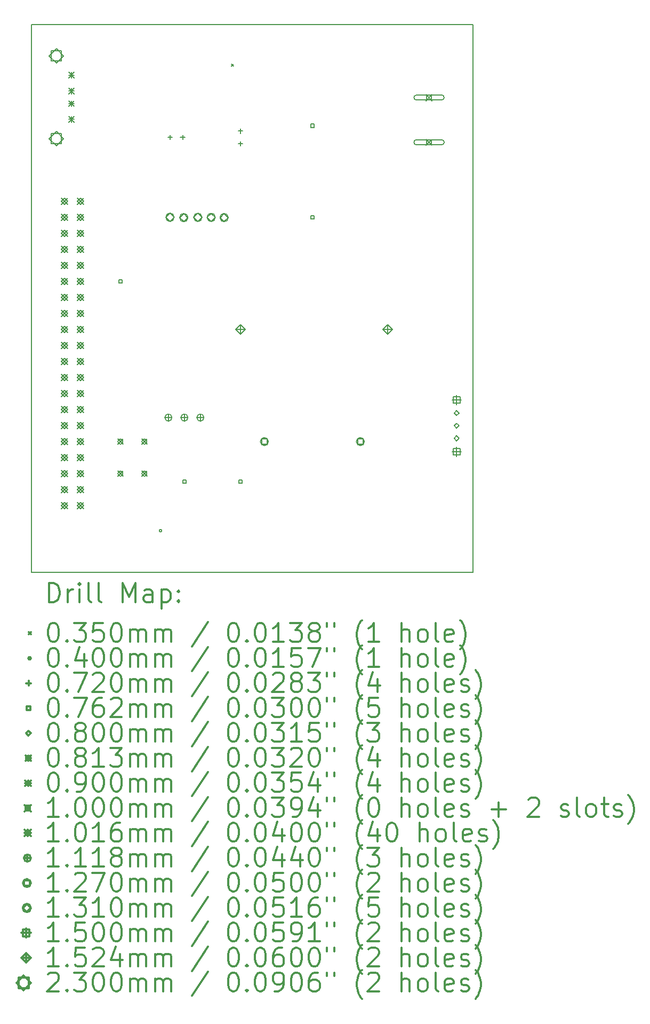
<source format=gbr>
%FSLAX45Y45*%
G04 Gerber Fmt 4.5, Leading zero omitted, Abs format (unit mm)*
G04 Created by KiCad (PCBNEW (5.1.10)-1) date 2021-11-18 00:00:58*
%MOMM*%
%LPD*%
G01*
G04 APERTURE LIST*
%TA.AperFunction,Profile*%
%ADD10C,0.152400*%
%TD*%
%ADD11C,0.200000*%
%ADD12C,0.300000*%
G04 APERTURE END LIST*
D10*
X18542000Y-6172200D02*
X18542000Y-14859000D01*
X11531600Y-6172200D02*
X18542000Y-6172200D01*
X11531600Y-14859000D02*
X11531600Y-6172200D01*
X18542000Y-14859000D02*
X11531600Y-14859000D01*
D11*
X14705610Y-6799860D02*
X14740610Y-6834860D01*
X14740610Y-6799860D02*
X14705610Y-6834860D01*
X13602650Y-14197076D02*
G75*
G03*
X13602650Y-14197076I-20000J0D01*
G01*
X13734110Y-7924360D02*
X13734110Y-7996360D01*
X13698110Y-7960360D02*
X13770110Y-7960360D01*
X13934110Y-7924360D02*
X13934110Y-7996360D01*
X13898110Y-7960360D02*
X13970110Y-7960360D01*
X14850110Y-7824360D02*
X14850110Y-7896360D01*
X14814110Y-7860360D02*
X14886110Y-7860360D01*
X14850110Y-8024360D02*
X14850110Y-8096360D01*
X14814110Y-8060360D02*
X14886110Y-8060360D01*
X12972051Y-10273301D02*
X12972051Y-10219419D01*
X12918169Y-10219419D01*
X12918169Y-10273301D01*
X12972051Y-10273301D01*
X13988051Y-13448301D02*
X13988051Y-13394419D01*
X13934169Y-13394419D01*
X13934169Y-13448301D01*
X13988051Y-13448301D01*
X14877051Y-13448301D02*
X14877051Y-13394419D01*
X14823169Y-13394419D01*
X14823169Y-13448301D01*
X14877051Y-13448301D01*
X16020051Y-7804421D02*
X16020051Y-7750539D01*
X15966169Y-7750539D01*
X15966169Y-7804421D01*
X16020051Y-7804421D01*
X16020051Y-9257301D02*
X16020051Y-9203419D01*
X15966169Y-9203419D01*
X15966169Y-9257301D01*
X16020051Y-9257301D01*
X18284698Y-12374646D02*
X18324698Y-12334646D01*
X18284698Y-12294646D01*
X18244698Y-12334646D01*
X18284698Y-12374646D01*
X18284698Y-12574646D02*
X18324698Y-12534646D01*
X18284698Y-12494646D01*
X18244698Y-12534646D01*
X18284698Y-12574646D01*
X18284698Y-12774646D02*
X18324698Y-12734646D01*
X18284698Y-12694646D01*
X18244698Y-12734646D01*
X18284698Y-12774646D01*
X12904470Y-12745720D02*
X12985750Y-12827000D01*
X12985750Y-12745720D02*
X12904470Y-12827000D01*
X12985750Y-12786360D02*
G75*
G03*
X12985750Y-12786360I-40640J0D01*
G01*
X12904470Y-13253720D02*
X12985750Y-13335000D01*
X12985750Y-13253720D02*
X12904470Y-13335000D01*
X12985750Y-13294360D02*
G75*
G03*
X12985750Y-13294360I-40640J0D01*
G01*
X13285470Y-12745720D02*
X13366750Y-12827000D01*
X13366750Y-12745720D02*
X13285470Y-12827000D01*
X13366750Y-12786360D02*
G75*
G03*
X13366750Y-12786360I-40640J0D01*
G01*
X13285470Y-13253720D02*
X13366750Y-13335000D01*
X13366750Y-13253720D02*
X13285470Y-13335000D01*
X13366750Y-13294360D02*
G75*
G03*
X13366750Y-13294360I-40640J0D01*
G01*
X12124110Y-6930360D02*
X12214110Y-7020360D01*
X12214110Y-6930360D02*
X12124110Y-7020360D01*
X12169110Y-6930360D02*
X12169110Y-7020360D01*
X12124110Y-6975360D02*
X12214110Y-6975360D01*
X12124110Y-7180360D02*
X12214110Y-7270360D01*
X12214110Y-7180360D02*
X12124110Y-7270360D01*
X12169110Y-7180360D02*
X12169110Y-7270360D01*
X12124110Y-7225360D02*
X12214110Y-7225360D01*
X12124110Y-7380360D02*
X12214110Y-7470360D01*
X12214110Y-7380360D02*
X12124110Y-7470360D01*
X12169110Y-7380360D02*
X12169110Y-7470360D01*
X12124110Y-7425360D02*
X12214110Y-7425360D01*
X12124110Y-7630360D02*
X12214110Y-7720360D01*
X12214110Y-7630360D02*
X12124110Y-7720360D01*
X12169110Y-7630360D02*
X12169110Y-7720360D01*
X12124110Y-7675360D02*
X12214110Y-7675360D01*
X17795024Y-7279932D02*
X17895024Y-7379932D01*
X17895024Y-7279932D02*
X17795024Y-7379932D01*
X17880380Y-7365288D02*
X17880380Y-7294576D01*
X17809668Y-7294576D01*
X17809668Y-7365288D01*
X17880380Y-7365288D01*
X18045024Y-7289932D02*
X17645024Y-7289932D01*
X18045024Y-7369932D02*
X17645024Y-7369932D01*
X17645024Y-7289932D02*
G75*
G03*
X17645024Y-7369932I0J-40000D01*
G01*
X18045024Y-7369932D02*
G75*
G03*
X18045024Y-7289932I0J40000D01*
G01*
X17795024Y-7989932D02*
X17895024Y-8089932D01*
X17895024Y-7989932D02*
X17795024Y-8089932D01*
X17880380Y-8075288D02*
X17880380Y-8004576D01*
X17809668Y-8004576D01*
X17809668Y-8075288D01*
X17880380Y-8075288D01*
X18045024Y-7999932D02*
X17645024Y-7999932D01*
X18045024Y-8079932D02*
X17645024Y-8079932D01*
X17645024Y-7999932D02*
G75*
G03*
X17645024Y-8079932I0J-40000D01*
G01*
X18045024Y-8079932D02*
G75*
G03*
X18045024Y-7999932I0J40000D01*
G01*
X12005310Y-8925560D02*
X12106910Y-9027160D01*
X12106910Y-8925560D02*
X12005310Y-9027160D01*
X12056110Y-9027160D02*
X12106910Y-8976360D01*
X12056110Y-8925560D01*
X12005310Y-8976360D01*
X12056110Y-9027160D01*
X12005310Y-9179560D02*
X12106910Y-9281160D01*
X12106910Y-9179560D02*
X12005310Y-9281160D01*
X12056110Y-9281160D02*
X12106910Y-9230360D01*
X12056110Y-9179560D01*
X12005310Y-9230360D01*
X12056110Y-9281160D01*
X12005310Y-9433560D02*
X12106910Y-9535160D01*
X12106910Y-9433560D02*
X12005310Y-9535160D01*
X12056110Y-9535160D02*
X12106910Y-9484360D01*
X12056110Y-9433560D01*
X12005310Y-9484360D01*
X12056110Y-9535160D01*
X12005310Y-9687560D02*
X12106910Y-9789160D01*
X12106910Y-9687560D02*
X12005310Y-9789160D01*
X12056110Y-9789160D02*
X12106910Y-9738360D01*
X12056110Y-9687560D01*
X12005310Y-9738360D01*
X12056110Y-9789160D01*
X12005310Y-9941560D02*
X12106910Y-10043160D01*
X12106910Y-9941560D02*
X12005310Y-10043160D01*
X12056110Y-10043160D02*
X12106910Y-9992360D01*
X12056110Y-9941560D01*
X12005310Y-9992360D01*
X12056110Y-10043160D01*
X12005310Y-10195560D02*
X12106910Y-10297160D01*
X12106910Y-10195560D02*
X12005310Y-10297160D01*
X12056110Y-10297160D02*
X12106910Y-10246360D01*
X12056110Y-10195560D01*
X12005310Y-10246360D01*
X12056110Y-10297160D01*
X12005310Y-10449560D02*
X12106910Y-10551160D01*
X12106910Y-10449560D02*
X12005310Y-10551160D01*
X12056110Y-10551160D02*
X12106910Y-10500360D01*
X12056110Y-10449560D01*
X12005310Y-10500360D01*
X12056110Y-10551160D01*
X12005310Y-10703560D02*
X12106910Y-10805160D01*
X12106910Y-10703560D02*
X12005310Y-10805160D01*
X12056110Y-10805160D02*
X12106910Y-10754360D01*
X12056110Y-10703560D01*
X12005310Y-10754360D01*
X12056110Y-10805160D01*
X12005310Y-10957560D02*
X12106910Y-11059160D01*
X12106910Y-10957560D02*
X12005310Y-11059160D01*
X12056110Y-11059160D02*
X12106910Y-11008360D01*
X12056110Y-10957560D01*
X12005310Y-11008360D01*
X12056110Y-11059160D01*
X12005310Y-11211560D02*
X12106910Y-11313160D01*
X12106910Y-11211560D02*
X12005310Y-11313160D01*
X12056110Y-11313160D02*
X12106910Y-11262360D01*
X12056110Y-11211560D01*
X12005310Y-11262360D01*
X12056110Y-11313160D01*
X12005310Y-11465560D02*
X12106910Y-11567160D01*
X12106910Y-11465560D02*
X12005310Y-11567160D01*
X12056110Y-11567160D02*
X12106910Y-11516360D01*
X12056110Y-11465560D01*
X12005310Y-11516360D01*
X12056110Y-11567160D01*
X12005310Y-11719560D02*
X12106910Y-11821160D01*
X12106910Y-11719560D02*
X12005310Y-11821160D01*
X12056110Y-11821160D02*
X12106910Y-11770360D01*
X12056110Y-11719560D01*
X12005310Y-11770360D01*
X12056110Y-11821160D01*
X12005310Y-11973560D02*
X12106910Y-12075160D01*
X12106910Y-11973560D02*
X12005310Y-12075160D01*
X12056110Y-12075160D02*
X12106910Y-12024360D01*
X12056110Y-11973560D01*
X12005310Y-12024360D01*
X12056110Y-12075160D01*
X12005310Y-12227560D02*
X12106910Y-12329160D01*
X12106910Y-12227560D02*
X12005310Y-12329160D01*
X12056110Y-12329160D02*
X12106910Y-12278360D01*
X12056110Y-12227560D01*
X12005310Y-12278360D01*
X12056110Y-12329160D01*
X12005310Y-12481560D02*
X12106910Y-12583160D01*
X12106910Y-12481560D02*
X12005310Y-12583160D01*
X12056110Y-12583160D02*
X12106910Y-12532360D01*
X12056110Y-12481560D01*
X12005310Y-12532360D01*
X12056110Y-12583160D01*
X12005310Y-12735560D02*
X12106910Y-12837160D01*
X12106910Y-12735560D02*
X12005310Y-12837160D01*
X12056110Y-12837160D02*
X12106910Y-12786360D01*
X12056110Y-12735560D01*
X12005310Y-12786360D01*
X12056110Y-12837160D01*
X12005310Y-12989560D02*
X12106910Y-13091160D01*
X12106910Y-12989560D02*
X12005310Y-13091160D01*
X12056110Y-13091160D02*
X12106910Y-13040360D01*
X12056110Y-12989560D01*
X12005310Y-13040360D01*
X12056110Y-13091160D01*
X12005310Y-13243560D02*
X12106910Y-13345160D01*
X12106910Y-13243560D02*
X12005310Y-13345160D01*
X12056110Y-13345160D02*
X12106910Y-13294360D01*
X12056110Y-13243560D01*
X12005310Y-13294360D01*
X12056110Y-13345160D01*
X12005310Y-13497560D02*
X12106910Y-13599160D01*
X12106910Y-13497560D02*
X12005310Y-13599160D01*
X12056110Y-13599160D02*
X12106910Y-13548360D01*
X12056110Y-13497560D01*
X12005310Y-13548360D01*
X12056110Y-13599160D01*
X12005310Y-13751560D02*
X12106910Y-13853160D01*
X12106910Y-13751560D02*
X12005310Y-13853160D01*
X12056110Y-13853160D02*
X12106910Y-13802360D01*
X12056110Y-13751560D01*
X12005310Y-13802360D01*
X12056110Y-13853160D01*
X12259310Y-8925560D02*
X12360910Y-9027160D01*
X12360910Y-8925560D02*
X12259310Y-9027160D01*
X12310110Y-9027160D02*
X12360910Y-8976360D01*
X12310110Y-8925560D01*
X12259310Y-8976360D01*
X12310110Y-9027160D01*
X12259310Y-9179560D02*
X12360910Y-9281160D01*
X12360910Y-9179560D02*
X12259310Y-9281160D01*
X12310110Y-9281160D02*
X12360910Y-9230360D01*
X12310110Y-9179560D01*
X12259310Y-9230360D01*
X12310110Y-9281160D01*
X12259310Y-9433560D02*
X12360910Y-9535160D01*
X12360910Y-9433560D02*
X12259310Y-9535160D01*
X12310110Y-9535160D02*
X12360910Y-9484360D01*
X12310110Y-9433560D01*
X12259310Y-9484360D01*
X12310110Y-9535160D01*
X12259310Y-9687560D02*
X12360910Y-9789160D01*
X12360910Y-9687560D02*
X12259310Y-9789160D01*
X12310110Y-9789160D02*
X12360910Y-9738360D01*
X12310110Y-9687560D01*
X12259310Y-9738360D01*
X12310110Y-9789160D01*
X12259310Y-9941560D02*
X12360910Y-10043160D01*
X12360910Y-9941560D02*
X12259310Y-10043160D01*
X12310110Y-10043160D02*
X12360910Y-9992360D01*
X12310110Y-9941560D01*
X12259310Y-9992360D01*
X12310110Y-10043160D01*
X12259310Y-10195560D02*
X12360910Y-10297160D01*
X12360910Y-10195560D02*
X12259310Y-10297160D01*
X12310110Y-10297160D02*
X12360910Y-10246360D01*
X12310110Y-10195560D01*
X12259310Y-10246360D01*
X12310110Y-10297160D01*
X12259310Y-10449560D02*
X12360910Y-10551160D01*
X12360910Y-10449560D02*
X12259310Y-10551160D01*
X12310110Y-10551160D02*
X12360910Y-10500360D01*
X12310110Y-10449560D01*
X12259310Y-10500360D01*
X12310110Y-10551160D01*
X12259310Y-10703560D02*
X12360910Y-10805160D01*
X12360910Y-10703560D02*
X12259310Y-10805160D01*
X12310110Y-10805160D02*
X12360910Y-10754360D01*
X12310110Y-10703560D01*
X12259310Y-10754360D01*
X12310110Y-10805160D01*
X12259310Y-10957560D02*
X12360910Y-11059160D01*
X12360910Y-10957560D02*
X12259310Y-11059160D01*
X12310110Y-11059160D02*
X12360910Y-11008360D01*
X12310110Y-10957560D01*
X12259310Y-11008360D01*
X12310110Y-11059160D01*
X12259310Y-11211560D02*
X12360910Y-11313160D01*
X12360910Y-11211560D02*
X12259310Y-11313160D01*
X12310110Y-11313160D02*
X12360910Y-11262360D01*
X12310110Y-11211560D01*
X12259310Y-11262360D01*
X12310110Y-11313160D01*
X12259310Y-11465560D02*
X12360910Y-11567160D01*
X12360910Y-11465560D02*
X12259310Y-11567160D01*
X12310110Y-11567160D02*
X12360910Y-11516360D01*
X12310110Y-11465560D01*
X12259310Y-11516360D01*
X12310110Y-11567160D01*
X12259310Y-11719560D02*
X12360910Y-11821160D01*
X12360910Y-11719560D02*
X12259310Y-11821160D01*
X12310110Y-11821160D02*
X12360910Y-11770360D01*
X12310110Y-11719560D01*
X12259310Y-11770360D01*
X12310110Y-11821160D01*
X12259310Y-11973560D02*
X12360910Y-12075160D01*
X12360910Y-11973560D02*
X12259310Y-12075160D01*
X12310110Y-12075160D02*
X12360910Y-12024360D01*
X12310110Y-11973560D01*
X12259310Y-12024360D01*
X12310110Y-12075160D01*
X12259310Y-12227560D02*
X12360910Y-12329160D01*
X12360910Y-12227560D02*
X12259310Y-12329160D01*
X12310110Y-12329160D02*
X12360910Y-12278360D01*
X12310110Y-12227560D01*
X12259310Y-12278360D01*
X12310110Y-12329160D01*
X12259310Y-12481560D02*
X12360910Y-12583160D01*
X12360910Y-12481560D02*
X12259310Y-12583160D01*
X12310110Y-12583160D02*
X12360910Y-12532360D01*
X12310110Y-12481560D01*
X12259310Y-12532360D01*
X12310110Y-12583160D01*
X12259310Y-12735560D02*
X12360910Y-12837160D01*
X12360910Y-12735560D02*
X12259310Y-12837160D01*
X12310110Y-12837160D02*
X12360910Y-12786360D01*
X12310110Y-12735560D01*
X12259310Y-12786360D01*
X12310110Y-12837160D01*
X12259310Y-12989560D02*
X12360910Y-13091160D01*
X12360910Y-12989560D02*
X12259310Y-13091160D01*
X12310110Y-13091160D02*
X12360910Y-13040360D01*
X12310110Y-12989560D01*
X12259310Y-13040360D01*
X12310110Y-13091160D01*
X12259310Y-13243560D02*
X12360910Y-13345160D01*
X12360910Y-13243560D02*
X12259310Y-13345160D01*
X12310110Y-13345160D02*
X12360910Y-13294360D01*
X12310110Y-13243560D01*
X12259310Y-13294360D01*
X12310110Y-13345160D01*
X12259310Y-13497560D02*
X12360910Y-13599160D01*
X12360910Y-13497560D02*
X12259310Y-13599160D01*
X12310110Y-13599160D02*
X12360910Y-13548360D01*
X12310110Y-13497560D01*
X12259310Y-13548360D01*
X12310110Y-13599160D01*
X12259310Y-13751560D02*
X12360910Y-13853160D01*
X12360910Y-13751560D02*
X12259310Y-13853160D01*
X12310110Y-13853160D02*
X12360910Y-13802360D01*
X12310110Y-13751560D01*
X12259310Y-13802360D01*
X12310110Y-13853160D01*
X13707110Y-12349480D02*
X13707110Y-12461240D01*
X13651230Y-12405360D02*
X13762990Y-12405360D01*
X13762990Y-12405360D02*
G75*
G03*
X13762990Y-12405360I-55880J0D01*
G01*
X13961110Y-12349480D02*
X13961110Y-12461240D01*
X13905230Y-12405360D02*
X14016990Y-12405360D01*
X14016990Y-12405360D02*
G75*
G03*
X14016990Y-12405360I-55880J0D01*
G01*
X14215110Y-12349480D02*
X14215110Y-12461240D01*
X14159230Y-12405360D02*
X14270990Y-12405360D01*
X14270990Y-12405360D02*
G75*
G03*
X14270990Y-12405360I-55880J0D01*
G01*
X15276012Y-12831262D02*
X15276012Y-12741458D01*
X15186208Y-12741458D01*
X15186208Y-12831262D01*
X15276012Y-12831262D01*
X15294610Y-12786360D02*
G75*
G03*
X15294610Y-12786360I-63500J0D01*
G01*
X16800012Y-12831262D02*
X16800012Y-12741458D01*
X16710208Y-12741458D01*
X16710208Y-12831262D01*
X16800012Y-12831262D01*
X16818610Y-12786360D02*
G75*
G03*
X16818610Y-12786360I-63500J0D01*
G01*
X13732002Y-9294844D02*
X13797502Y-9229344D01*
X13732002Y-9163844D01*
X13666502Y-9229344D01*
X13732002Y-9294844D01*
X13797502Y-9229344D02*
G75*
G03*
X13797502Y-9229344I-65500J0D01*
G01*
X13951204Y-9299924D02*
X14016704Y-9234424D01*
X13951204Y-9168924D01*
X13885704Y-9234424D01*
X13951204Y-9299924D01*
X14016704Y-9234424D02*
G75*
G03*
X14016704Y-9234424I-65500J0D01*
G01*
X14174510Y-9295860D02*
X14240010Y-9230360D01*
X14174510Y-9164860D01*
X14109010Y-9230360D01*
X14174510Y-9295860D01*
X14240010Y-9230360D02*
G75*
G03*
X14240010Y-9230360I-65500J0D01*
G01*
X14386560Y-9296876D02*
X14452060Y-9231376D01*
X14386560Y-9165876D01*
X14321060Y-9231376D01*
X14386560Y-9296876D01*
X14452060Y-9231376D02*
G75*
G03*
X14452060Y-9231376I-65500J0D01*
G01*
X14591792Y-9299416D02*
X14657292Y-9233916D01*
X14591792Y-9168416D01*
X14526292Y-9233916D01*
X14591792Y-9299416D01*
X14657292Y-9233916D02*
G75*
G03*
X14657292Y-9233916I-65500J0D01*
G01*
X18284698Y-12049646D02*
X18284698Y-12199646D01*
X18209698Y-12124646D02*
X18359698Y-12124646D01*
X18337732Y-12177679D02*
X18337732Y-12071612D01*
X18231665Y-12071612D01*
X18231665Y-12177679D01*
X18337732Y-12177679D01*
X18284698Y-12869646D02*
X18284698Y-13019646D01*
X18209698Y-12944646D02*
X18359698Y-12944646D01*
X18337732Y-12997679D02*
X18337732Y-12891612D01*
X18231665Y-12891612D01*
X18231665Y-12997679D01*
X18337732Y-12997679D01*
X14850110Y-10932160D02*
X14850110Y-11084560D01*
X14773910Y-11008360D02*
X14926310Y-11008360D01*
X14850110Y-11084560D02*
X14926310Y-11008360D01*
X14850110Y-10932160D01*
X14773910Y-11008360D01*
X14850110Y-11084560D01*
X17189450Y-10932160D02*
X17189450Y-11084560D01*
X17113250Y-11008360D02*
X17265650Y-11008360D01*
X17189450Y-11084560D02*
X17265650Y-11008360D01*
X17189450Y-10932160D01*
X17113250Y-11008360D01*
X17189450Y-11084560D01*
X11929110Y-6783360D02*
X12044110Y-6668360D01*
X11929110Y-6553360D01*
X11814110Y-6668360D01*
X11929110Y-6783360D01*
X12010428Y-6749678D02*
X12010428Y-6587042D01*
X11847792Y-6587042D01*
X11847792Y-6749678D01*
X12010428Y-6749678D01*
X11929110Y-8097360D02*
X12044110Y-7982360D01*
X11929110Y-7867360D01*
X11814110Y-7982360D01*
X11929110Y-8097360D01*
X12010428Y-8063678D02*
X12010428Y-7901042D01*
X11847792Y-7901042D01*
X11847792Y-8063678D01*
X12010428Y-8063678D01*
D12*
X11810408Y-15332334D02*
X11810408Y-15032334D01*
X11881837Y-15032334D01*
X11924694Y-15046620D01*
X11953266Y-15075191D01*
X11967551Y-15103763D01*
X11981837Y-15160906D01*
X11981837Y-15203763D01*
X11967551Y-15260906D01*
X11953266Y-15289477D01*
X11924694Y-15318049D01*
X11881837Y-15332334D01*
X11810408Y-15332334D01*
X12110408Y-15332334D02*
X12110408Y-15132334D01*
X12110408Y-15189477D02*
X12124694Y-15160906D01*
X12138980Y-15146620D01*
X12167551Y-15132334D01*
X12196123Y-15132334D01*
X12296123Y-15332334D02*
X12296123Y-15132334D01*
X12296123Y-15032334D02*
X12281837Y-15046620D01*
X12296123Y-15060906D01*
X12310408Y-15046620D01*
X12296123Y-15032334D01*
X12296123Y-15060906D01*
X12481837Y-15332334D02*
X12453266Y-15318049D01*
X12438980Y-15289477D01*
X12438980Y-15032334D01*
X12638980Y-15332334D02*
X12610408Y-15318049D01*
X12596123Y-15289477D01*
X12596123Y-15032334D01*
X12981837Y-15332334D02*
X12981837Y-15032334D01*
X13081837Y-15246620D01*
X13181837Y-15032334D01*
X13181837Y-15332334D01*
X13453266Y-15332334D02*
X13453266Y-15175191D01*
X13438980Y-15146620D01*
X13410408Y-15132334D01*
X13353266Y-15132334D01*
X13324694Y-15146620D01*
X13453266Y-15318049D02*
X13424694Y-15332334D01*
X13353266Y-15332334D01*
X13324694Y-15318049D01*
X13310408Y-15289477D01*
X13310408Y-15260906D01*
X13324694Y-15232334D01*
X13353266Y-15218049D01*
X13424694Y-15218049D01*
X13453266Y-15203763D01*
X13596123Y-15132334D02*
X13596123Y-15432334D01*
X13596123Y-15146620D02*
X13624694Y-15132334D01*
X13681837Y-15132334D01*
X13710408Y-15146620D01*
X13724694Y-15160906D01*
X13738980Y-15189477D01*
X13738980Y-15275191D01*
X13724694Y-15303763D01*
X13710408Y-15318049D01*
X13681837Y-15332334D01*
X13624694Y-15332334D01*
X13596123Y-15318049D01*
X13867551Y-15303763D02*
X13881837Y-15318049D01*
X13867551Y-15332334D01*
X13853266Y-15318049D01*
X13867551Y-15303763D01*
X13867551Y-15332334D01*
X13867551Y-15146620D02*
X13881837Y-15160906D01*
X13867551Y-15175191D01*
X13853266Y-15160906D01*
X13867551Y-15146620D01*
X13867551Y-15175191D01*
X11488980Y-15809120D02*
X11523980Y-15844120D01*
X11523980Y-15809120D02*
X11488980Y-15844120D01*
X11867551Y-15662334D02*
X11896123Y-15662334D01*
X11924694Y-15676620D01*
X11938980Y-15690906D01*
X11953266Y-15719477D01*
X11967551Y-15776620D01*
X11967551Y-15848049D01*
X11953266Y-15905191D01*
X11938980Y-15933763D01*
X11924694Y-15948049D01*
X11896123Y-15962334D01*
X11867551Y-15962334D01*
X11838980Y-15948049D01*
X11824694Y-15933763D01*
X11810408Y-15905191D01*
X11796123Y-15848049D01*
X11796123Y-15776620D01*
X11810408Y-15719477D01*
X11824694Y-15690906D01*
X11838980Y-15676620D01*
X11867551Y-15662334D01*
X12096123Y-15933763D02*
X12110408Y-15948049D01*
X12096123Y-15962334D01*
X12081837Y-15948049D01*
X12096123Y-15933763D01*
X12096123Y-15962334D01*
X12210408Y-15662334D02*
X12396123Y-15662334D01*
X12296123Y-15776620D01*
X12338980Y-15776620D01*
X12367551Y-15790906D01*
X12381837Y-15805191D01*
X12396123Y-15833763D01*
X12396123Y-15905191D01*
X12381837Y-15933763D01*
X12367551Y-15948049D01*
X12338980Y-15962334D01*
X12253266Y-15962334D01*
X12224694Y-15948049D01*
X12210408Y-15933763D01*
X12667551Y-15662334D02*
X12524694Y-15662334D01*
X12510408Y-15805191D01*
X12524694Y-15790906D01*
X12553266Y-15776620D01*
X12624694Y-15776620D01*
X12653266Y-15790906D01*
X12667551Y-15805191D01*
X12681837Y-15833763D01*
X12681837Y-15905191D01*
X12667551Y-15933763D01*
X12653266Y-15948049D01*
X12624694Y-15962334D01*
X12553266Y-15962334D01*
X12524694Y-15948049D01*
X12510408Y-15933763D01*
X12867551Y-15662334D02*
X12896123Y-15662334D01*
X12924694Y-15676620D01*
X12938980Y-15690906D01*
X12953266Y-15719477D01*
X12967551Y-15776620D01*
X12967551Y-15848049D01*
X12953266Y-15905191D01*
X12938980Y-15933763D01*
X12924694Y-15948049D01*
X12896123Y-15962334D01*
X12867551Y-15962334D01*
X12838980Y-15948049D01*
X12824694Y-15933763D01*
X12810408Y-15905191D01*
X12796123Y-15848049D01*
X12796123Y-15776620D01*
X12810408Y-15719477D01*
X12824694Y-15690906D01*
X12838980Y-15676620D01*
X12867551Y-15662334D01*
X13096123Y-15962334D02*
X13096123Y-15762334D01*
X13096123Y-15790906D02*
X13110408Y-15776620D01*
X13138980Y-15762334D01*
X13181837Y-15762334D01*
X13210408Y-15776620D01*
X13224694Y-15805191D01*
X13224694Y-15962334D01*
X13224694Y-15805191D02*
X13238980Y-15776620D01*
X13267551Y-15762334D01*
X13310408Y-15762334D01*
X13338980Y-15776620D01*
X13353266Y-15805191D01*
X13353266Y-15962334D01*
X13496123Y-15962334D02*
X13496123Y-15762334D01*
X13496123Y-15790906D02*
X13510408Y-15776620D01*
X13538980Y-15762334D01*
X13581837Y-15762334D01*
X13610408Y-15776620D01*
X13624694Y-15805191D01*
X13624694Y-15962334D01*
X13624694Y-15805191D02*
X13638980Y-15776620D01*
X13667551Y-15762334D01*
X13710408Y-15762334D01*
X13738980Y-15776620D01*
X13753266Y-15805191D01*
X13753266Y-15962334D01*
X14338980Y-15648049D02*
X14081837Y-16033763D01*
X14724694Y-15662334D02*
X14753266Y-15662334D01*
X14781837Y-15676620D01*
X14796123Y-15690906D01*
X14810408Y-15719477D01*
X14824694Y-15776620D01*
X14824694Y-15848049D01*
X14810408Y-15905191D01*
X14796123Y-15933763D01*
X14781837Y-15948049D01*
X14753266Y-15962334D01*
X14724694Y-15962334D01*
X14696123Y-15948049D01*
X14681837Y-15933763D01*
X14667551Y-15905191D01*
X14653266Y-15848049D01*
X14653266Y-15776620D01*
X14667551Y-15719477D01*
X14681837Y-15690906D01*
X14696123Y-15676620D01*
X14724694Y-15662334D01*
X14953266Y-15933763D02*
X14967551Y-15948049D01*
X14953266Y-15962334D01*
X14938980Y-15948049D01*
X14953266Y-15933763D01*
X14953266Y-15962334D01*
X15153266Y-15662334D02*
X15181837Y-15662334D01*
X15210408Y-15676620D01*
X15224694Y-15690906D01*
X15238980Y-15719477D01*
X15253266Y-15776620D01*
X15253266Y-15848049D01*
X15238980Y-15905191D01*
X15224694Y-15933763D01*
X15210408Y-15948049D01*
X15181837Y-15962334D01*
X15153266Y-15962334D01*
X15124694Y-15948049D01*
X15110408Y-15933763D01*
X15096123Y-15905191D01*
X15081837Y-15848049D01*
X15081837Y-15776620D01*
X15096123Y-15719477D01*
X15110408Y-15690906D01*
X15124694Y-15676620D01*
X15153266Y-15662334D01*
X15538980Y-15962334D02*
X15367551Y-15962334D01*
X15453266Y-15962334D02*
X15453266Y-15662334D01*
X15424694Y-15705191D01*
X15396123Y-15733763D01*
X15367551Y-15748049D01*
X15638980Y-15662334D02*
X15824694Y-15662334D01*
X15724694Y-15776620D01*
X15767551Y-15776620D01*
X15796123Y-15790906D01*
X15810408Y-15805191D01*
X15824694Y-15833763D01*
X15824694Y-15905191D01*
X15810408Y-15933763D01*
X15796123Y-15948049D01*
X15767551Y-15962334D01*
X15681837Y-15962334D01*
X15653266Y-15948049D01*
X15638980Y-15933763D01*
X15996123Y-15790906D02*
X15967551Y-15776620D01*
X15953266Y-15762334D01*
X15938980Y-15733763D01*
X15938980Y-15719477D01*
X15953266Y-15690906D01*
X15967551Y-15676620D01*
X15996123Y-15662334D01*
X16053266Y-15662334D01*
X16081837Y-15676620D01*
X16096123Y-15690906D01*
X16110408Y-15719477D01*
X16110408Y-15733763D01*
X16096123Y-15762334D01*
X16081837Y-15776620D01*
X16053266Y-15790906D01*
X15996123Y-15790906D01*
X15967551Y-15805191D01*
X15953266Y-15819477D01*
X15938980Y-15848049D01*
X15938980Y-15905191D01*
X15953266Y-15933763D01*
X15967551Y-15948049D01*
X15996123Y-15962334D01*
X16053266Y-15962334D01*
X16081837Y-15948049D01*
X16096123Y-15933763D01*
X16110408Y-15905191D01*
X16110408Y-15848049D01*
X16096123Y-15819477D01*
X16081837Y-15805191D01*
X16053266Y-15790906D01*
X16224694Y-15662334D02*
X16224694Y-15719477D01*
X16338980Y-15662334D02*
X16338980Y-15719477D01*
X16781837Y-16076620D02*
X16767551Y-16062334D01*
X16738980Y-16019477D01*
X16724694Y-15990906D01*
X16710408Y-15948049D01*
X16696123Y-15876620D01*
X16696123Y-15819477D01*
X16710408Y-15748049D01*
X16724694Y-15705191D01*
X16738980Y-15676620D01*
X16767551Y-15633763D01*
X16781837Y-15619477D01*
X17053266Y-15962334D02*
X16881837Y-15962334D01*
X16967551Y-15962334D02*
X16967551Y-15662334D01*
X16938980Y-15705191D01*
X16910408Y-15733763D01*
X16881837Y-15748049D01*
X17410408Y-15962334D02*
X17410408Y-15662334D01*
X17538980Y-15962334D02*
X17538980Y-15805191D01*
X17524694Y-15776620D01*
X17496123Y-15762334D01*
X17453266Y-15762334D01*
X17424694Y-15776620D01*
X17410408Y-15790906D01*
X17724694Y-15962334D02*
X17696123Y-15948049D01*
X17681837Y-15933763D01*
X17667551Y-15905191D01*
X17667551Y-15819477D01*
X17681837Y-15790906D01*
X17696123Y-15776620D01*
X17724694Y-15762334D01*
X17767551Y-15762334D01*
X17796123Y-15776620D01*
X17810408Y-15790906D01*
X17824694Y-15819477D01*
X17824694Y-15905191D01*
X17810408Y-15933763D01*
X17796123Y-15948049D01*
X17767551Y-15962334D01*
X17724694Y-15962334D01*
X17996123Y-15962334D02*
X17967551Y-15948049D01*
X17953266Y-15919477D01*
X17953266Y-15662334D01*
X18224694Y-15948049D02*
X18196123Y-15962334D01*
X18138980Y-15962334D01*
X18110408Y-15948049D01*
X18096123Y-15919477D01*
X18096123Y-15805191D01*
X18110408Y-15776620D01*
X18138980Y-15762334D01*
X18196123Y-15762334D01*
X18224694Y-15776620D01*
X18238980Y-15805191D01*
X18238980Y-15833763D01*
X18096123Y-15862334D01*
X18338980Y-16076620D02*
X18353266Y-16062334D01*
X18381837Y-16019477D01*
X18396123Y-15990906D01*
X18410408Y-15948049D01*
X18424694Y-15876620D01*
X18424694Y-15819477D01*
X18410408Y-15748049D01*
X18396123Y-15705191D01*
X18381837Y-15676620D01*
X18353266Y-15633763D01*
X18338980Y-15619477D01*
X11523980Y-16222620D02*
G75*
G03*
X11523980Y-16222620I-20000J0D01*
G01*
X11867551Y-16058334D02*
X11896123Y-16058334D01*
X11924694Y-16072620D01*
X11938980Y-16086906D01*
X11953266Y-16115477D01*
X11967551Y-16172620D01*
X11967551Y-16244049D01*
X11953266Y-16301191D01*
X11938980Y-16329763D01*
X11924694Y-16344049D01*
X11896123Y-16358334D01*
X11867551Y-16358334D01*
X11838980Y-16344049D01*
X11824694Y-16329763D01*
X11810408Y-16301191D01*
X11796123Y-16244049D01*
X11796123Y-16172620D01*
X11810408Y-16115477D01*
X11824694Y-16086906D01*
X11838980Y-16072620D01*
X11867551Y-16058334D01*
X12096123Y-16329763D02*
X12110408Y-16344049D01*
X12096123Y-16358334D01*
X12081837Y-16344049D01*
X12096123Y-16329763D01*
X12096123Y-16358334D01*
X12367551Y-16158334D02*
X12367551Y-16358334D01*
X12296123Y-16044049D02*
X12224694Y-16258334D01*
X12410408Y-16258334D01*
X12581837Y-16058334D02*
X12610408Y-16058334D01*
X12638980Y-16072620D01*
X12653266Y-16086906D01*
X12667551Y-16115477D01*
X12681837Y-16172620D01*
X12681837Y-16244049D01*
X12667551Y-16301191D01*
X12653266Y-16329763D01*
X12638980Y-16344049D01*
X12610408Y-16358334D01*
X12581837Y-16358334D01*
X12553266Y-16344049D01*
X12538980Y-16329763D01*
X12524694Y-16301191D01*
X12510408Y-16244049D01*
X12510408Y-16172620D01*
X12524694Y-16115477D01*
X12538980Y-16086906D01*
X12553266Y-16072620D01*
X12581837Y-16058334D01*
X12867551Y-16058334D02*
X12896123Y-16058334D01*
X12924694Y-16072620D01*
X12938980Y-16086906D01*
X12953266Y-16115477D01*
X12967551Y-16172620D01*
X12967551Y-16244049D01*
X12953266Y-16301191D01*
X12938980Y-16329763D01*
X12924694Y-16344049D01*
X12896123Y-16358334D01*
X12867551Y-16358334D01*
X12838980Y-16344049D01*
X12824694Y-16329763D01*
X12810408Y-16301191D01*
X12796123Y-16244049D01*
X12796123Y-16172620D01*
X12810408Y-16115477D01*
X12824694Y-16086906D01*
X12838980Y-16072620D01*
X12867551Y-16058334D01*
X13096123Y-16358334D02*
X13096123Y-16158334D01*
X13096123Y-16186906D02*
X13110408Y-16172620D01*
X13138980Y-16158334D01*
X13181837Y-16158334D01*
X13210408Y-16172620D01*
X13224694Y-16201191D01*
X13224694Y-16358334D01*
X13224694Y-16201191D02*
X13238980Y-16172620D01*
X13267551Y-16158334D01*
X13310408Y-16158334D01*
X13338980Y-16172620D01*
X13353266Y-16201191D01*
X13353266Y-16358334D01*
X13496123Y-16358334D02*
X13496123Y-16158334D01*
X13496123Y-16186906D02*
X13510408Y-16172620D01*
X13538980Y-16158334D01*
X13581837Y-16158334D01*
X13610408Y-16172620D01*
X13624694Y-16201191D01*
X13624694Y-16358334D01*
X13624694Y-16201191D02*
X13638980Y-16172620D01*
X13667551Y-16158334D01*
X13710408Y-16158334D01*
X13738980Y-16172620D01*
X13753266Y-16201191D01*
X13753266Y-16358334D01*
X14338980Y-16044049D02*
X14081837Y-16429763D01*
X14724694Y-16058334D02*
X14753266Y-16058334D01*
X14781837Y-16072620D01*
X14796123Y-16086906D01*
X14810408Y-16115477D01*
X14824694Y-16172620D01*
X14824694Y-16244049D01*
X14810408Y-16301191D01*
X14796123Y-16329763D01*
X14781837Y-16344049D01*
X14753266Y-16358334D01*
X14724694Y-16358334D01*
X14696123Y-16344049D01*
X14681837Y-16329763D01*
X14667551Y-16301191D01*
X14653266Y-16244049D01*
X14653266Y-16172620D01*
X14667551Y-16115477D01*
X14681837Y-16086906D01*
X14696123Y-16072620D01*
X14724694Y-16058334D01*
X14953266Y-16329763D02*
X14967551Y-16344049D01*
X14953266Y-16358334D01*
X14938980Y-16344049D01*
X14953266Y-16329763D01*
X14953266Y-16358334D01*
X15153266Y-16058334D02*
X15181837Y-16058334D01*
X15210408Y-16072620D01*
X15224694Y-16086906D01*
X15238980Y-16115477D01*
X15253266Y-16172620D01*
X15253266Y-16244049D01*
X15238980Y-16301191D01*
X15224694Y-16329763D01*
X15210408Y-16344049D01*
X15181837Y-16358334D01*
X15153266Y-16358334D01*
X15124694Y-16344049D01*
X15110408Y-16329763D01*
X15096123Y-16301191D01*
X15081837Y-16244049D01*
X15081837Y-16172620D01*
X15096123Y-16115477D01*
X15110408Y-16086906D01*
X15124694Y-16072620D01*
X15153266Y-16058334D01*
X15538980Y-16358334D02*
X15367551Y-16358334D01*
X15453266Y-16358334D02*
X15453266Y-16058334D01*
X15424694Y-16101191D01*
X15396123Y-16129763D01*
X15367551Y-16144049D01*
X15810408Y-16058334D02*
X15667551Y-16058334D01*
X15653266Y-16201191D01*
X15667551Y-16186906D01*
X15696123Y-16172620D01*
X15767551Y-16172620D01*
X15796123Y-16186906D01*
X15810408Y-16201191D01*
X15824694Y-16229763D01*
X15824694Y-16301191D01*
X15810408Y-16329763D01*
X15796123Y-16344049D01*
X15767551Y-16358334D01*
X15696123Y-16358334D01*
X15667551Y-16344049D01*
X15653266Y-16329763D01*
X15924694Y-16058334D02*
X16124694Y-16058334D01*
X15996123Y-16358334D01*
X16224694Y-16058334D02*
X16224694Y-16115477D01*
X16338980Y-16058334D02*
X16338980Y-16115477D01*
X16781837Y-16472620D02*
X16767551Y-16458334D01*
X16738980Y-16415477D01*
X16724694Y-16386906D01*
X16710408Y-16344049D01*
X16696123Y-16272620D01*
X16696123Y-16215477D01*
X16710408Y-16144049D01*
X16724694Y-16101191D01*
X16738980Y-16072620D01*
X16767551Y-16029763D01*
X16781837Y-16015477D01*
X17053266Y-16358334D02*
X16881837Y-16358334D01*
X16967551Y-16358334D02*
X16967551Y-16058334D01*
X16938980Y-16101191D01*
X16910408Y-16129763D01*
X16881837Y-16144049D01*
X17410408Y-16358334D02*
X17410408Y-16058334D01*
X17538980Y-16358334D02*
X17538980Y-16201191D01*
X17524694Y-16172620D01*
X17496123Y-16158334D01*
X17453266Y-16158334D01*
X17424694Y-16172620D01*
X17410408Y-16186906D01*
X17724694Y-16358334D02*
X17696123Y-16344049D01*
X17681837Y-16329763D01*
X17667551Y-16301191D01*
X17667551Y-16215477D01*
X17681837Y-16186906D01*
X17696123Y-16172620D01*
X17724694Y-16158334D01*
X17767551Y-16158334D01*
X17796123Y-16172620D01*
X17810408Y-16186906D01*
X17824694Y-16215477D01*
X17824694Y-16301191D01*
X17810408Y-16329763D01*
X17796123Y-16344049D01*
X17767551Y-16358334D01*
X17724694Y-16358334D01*
X17996123Y-16358334D02*
X17967551Y-16344049D01*
X17953266Y-16315477D01*
X17953266Y-16058334D01*
X18224694Y-16344049D02*
X18196123Y-16358334D01*
X18138980Y-16358334D01*
X18110408Y-16344049D01*
X18096123Y-16315477D01*
X18096123Y-16201191D01*
X18110408Y-16172620D01*
X18138980Y-16158334D01*
X18196123Y-16158334D01*
X18224694Y-16172620D01*
X18238980Y-16201191D01*
X18238980Y-16229763D01*
X18096123Y-16258334D01*
X18338980Y-16472620D02*
X18353266Y-16458334D01*
X18381837Y-16415477D01*
X18396123Y-16386906D01*
X18410408Y-16344049D01*
X18424694Y-16272620D01*
X18424694Y-16215477D01*
X18410408Y-16144049D01*
X18396123Y-16101191D01*
X18381837Y-16072620D01*
X18353266Y-16029763D01*
X18338980Y-16015477D01*
X11487980Y-16582620D02*
X11487980Y-16654620D01*
X11451980Y-16618620D02*
X11523980Y-16618620D01*
X11867551Y-16454334D02*
X11896123Y-16454334D01*
X11924694Y-16468620D01*
X11938980Y-16482906D01*
X11953266Y-16511477D01*
X11967551Y-16568620D01*
X11967551Y-16640049D01*
X11953266Y-16697191D01*
X11938980Y-16725763D01*
X11924694Y-16740049D01*
X11896123Y-16754334D01*
X11867551Y-16754334D01*
X11838980Y-16740049D01*
X11824694Y-16725763D01*
X11810408Y-16697191D01*
X11796123Y-16640049D01*
X11796123Y-16568620D01*
X11810408Y-16511477D01*
X11824694Y-16482906D01*
X11838980Y-16468620D01*
X11867551Y-16454334D01*
X12096123Y-16725763D02*
X12110408Y-16740049D01*
X12096123Y-16754334D01*
X12081837Y-16740049D01*
X12096123Y-16725763D01*
X12096123Y-16754334D01*
X12210408Y-16454334D02*
X12410408Y-16454334D01*
X12281837Y-16754334D01*
X12510408Y-16482906D02*
X12524694Y-16468620D01*
X12553266Y-16454334D01*
X12624694Y-16454334D01*
X12653266Y-16468620D01*
X12667551Y-16482906D01*
X12681837Y-16511477D01*
X12681837Y-16540049D01*
X12667551Y-16582906D01*
X12496123Y-16754334D01*
X12681837Y-16754334D01*
X12867551Y-16454334D02*
X12896123Y-16454334D01*
X12924694Y-16468620D01*
X12938980Y-16482906D01*
X12953266Y-16511477D01*
X12967551Y-16568620D01*
X12967551Y-16640049D01*
X12953266Y-16697191D01*
X12938980Y-16725763D01*
X12924694Y-16740049D01*
X12896123Y-16754334D01*
X12867551Y-16754334D01*
X12838980Y-16740049D01*
X12824694Y-16725763D01*
X12810408Y-16697191D01*
X12796123Y-16640049D01*
X12796123Y-16568620D01*
X12810408Y-16511477D01*
X12824694Y-16482906D01*
X12838980Y-16468620D01*
X12867551Y-16454334D01*
X13096123Y-16754334D02*
X13096123Y-16554334D01*
X13096123Y-16582906D02*
X13110408Y-16568620D01*
X13138980Y-16554334D01*
X13181837Y-16554334D01*
X13210408Y-16568620D01*
X13224694Y-16597191D01*
X13224694Y-16754334D01*
X13224694Y-16597191D02*
X13238980Y-16568620D01*
X13267551Y-16554334D01*
X13310408Y-16554334D01*
X13338980Y-16568620D01*
X13353266Y-16597191D01*
X13353266Y-16754334D01*
X13496123Y-16754334D02*
X13496123Y-16554334D01*
X13496123Y-16582906D02*
X13510408Y-16568620D01*
X13538980Y-16554334D01*
X13581837Y-16554334D01*
X13610408Y-16568620D01*
X13624694Y-16597191D01*
X13624694Y-16754334D01*
X13624694Y-16597191D02*
X13638980Y-16568620D01*
X13667551Y-16554334D01*
X13710408Y-16554334D01*
X13738980Y-16568620D01*
X13753266Y-16597191D01*
X13753266Y-16754334D01*
X14338980Y-16440049D02*
X14081837Y-16825763D01*
X14724694Y-16454334D02*
X14753266Y-16454334D01*
X14781837Y-16468620D01*
X14796123Y-16482906D01*
X14810408Y-16511477D01*
X14824694Y-16568620D01*
X14824694Y-16640049D01*
X14810408Y-16697191D01*
X14796123Y-16725763D01*
X14781837Y-16740049D01*
X14753266Y-16754334D01*
X14724694Y-16754334D01*
X14696123Y-16740049D01*
X14681837Y-16725763D01*
X14667551Y-16697191D01*
X14653266Y-16640049D01*
X14653266Y-16568620D01*
X14667551Y-16511477D01*
X14681837Y-16482906D01*
X14696123Y-16468620D01*
X14724694Y-16454334D01*
X14953266Y-16725763D02*
X14967551Y-16740049D01*
X14953266Y-16754334D01*
X14938980Y-16740049D01*
X14953266Y-16725763D01*
X14953266Y-16754334D01*
X15153266Y-16454334D02*
X15181837Y-16454334D01*
X15210408Y-16468620D01*
X15224694Y-16482906D01*
X15238980Y-16511477D01*
X15253266Y-16568620D01*
X15253266Y-16640049D01*
X15238980Y-16697191D01*
X15224694Y-16725763D01*
X15210408Y-16740049D01*
X15181837Y-16754334D01*
X15153266Y-16754334D01*
X15124694Y-16740049D01*
X15110408Y-16725763D01*
X15096123Y-16697191D01*
X15081837Y-16640049D01*
X15081837Y-16568620D01*
X15096123Y-16511477D01*
X15110408Y-16482906D01*
X15124694Y-16468620D01*
X15153266Y-16454334D01*
X15367551Y-16482906D02*
X15381837Y-16468620D01*
X15410408Y-16454334D01*
X15481837Y-16454334D01*
X15510408Y-16468620D01*
X15524694Y-16482906D01*
X15538980Y-16511477D01*
X15538980Y-16540049D01*
X15524694Y-16582906D01*
X15353266Y-16754334D01*
X15538980Y-16754334D01*
X15710408Y-16582906D02*
X15681837Y-16568620D01*
X15667551Y-16554334D01*
X15653266Y-16525763D01*
X15653266Y-16511477D01*
X15667551Y-16482906D01*
X15681837Y-16468620D01*
X15710408Y-16454334D01*
X15767551Y-16454334D01*
X15796123Y-16468620D01*
X15810408Y-16482906D01*
X15824694Y-16511477D01*
X15824694Y-16525763D01*
X15810408Y-16554334D01*
X15796123Y-16568620D01*
X15767551Y-16582906D01*
X15710408Y-16582906D01*
X15681837Y-16597191D01*
X15667551Y-16611477D01*
X15653266Y-16640049D01*
X15653266Y-16697191D01*
X15667551Y-16725763D01*
X15681837Y-16740049D01*
X15710408Y-16754334D01*
X15767551Y-16754334D01*
X15796123Y-16740049D01*
X15810408Y-16725763D01*
X15824694Y-16697191D01*
X15824694Y-16640049D01*
X15810408Y-16611477D01*
X15796123Y-16597191D01*
X15767551Y-16582906D01*
X15924694Y-16454334D02*
X16110408Y-16454334D01*
X16010408Y-16568620D01*
X16053266Y-16568620D01*
X16081837Y-16582906D01*
X16096123Y-16597191D01*
X16110408Y-16625763D01*
X16110408Y-16697191D01*
X16096123Y-16725763D01*
X16081837Y-16740049D01*
X16053266Y-16754334D01*
X15967551Y-16754334D01*
X15938980Y-16740049D01*
X15924694Y-16725763D01*
X16224694Y-16454334D02*
X16224694Y-16511477D01*
X16338980Y-16454334D02*
X16338980Y-16511477D01*
X16781837Y-16868620D02*
X16767551Y-16854334D01*
X16738980Y-16811477D01*
X16724694Y-16782906D01*
X16710408Y-16740049D01*
X16696123Y-16668620D01*
X16696123Y-16611477D01*
X16710408Y-16540049D01*
X16724694Y-16497191D01*
X16738980Y-16468620D01*
X16767551Y-16425763D01*
X16781837Y-16411477D01*
X17024694Y-16554334D02*
X17024694Y-16754334D01*
X16953266Y-16440049D02*
X16881837Y-16654334D01*
X17067551Y-16654334D01*
X17410408Y-16754334D02*
X17410408Y-16454334D01*
X17538980Y-16754334D02*
X17538980Y-16597191D01*
X17524694Y-16568620D01*
X17496123Y-16554334D01*
X17453266Y-16554334D01*
X17424694Y-16568620D01*
X17410408Y-16582906D01*
X17724694Y-16754334D02*
X17696123Y-16740049D01*
X17681837Y-16725763D01*
X17667551Y-16697191D01*
X17667551Y-16611477D01*
X17681837Y-16582906D01*
X17696123Y-16568620D01*
X17724694Y-16554334D01*
X17767551Y-16554334D01*
X17796123Y-16568620D01*
X17810408Y-16582906D01*
X17824694Y-16611477D01*
X17824694Y-16697191D01*
X17810408Y-16725763D01*
X17796123Y-16740049D01*
X17767551Y-16754334D01*
X17724694Y-16754334D01*
X17996123Y-16754334D02*
X17967551Y-16740049D01*
X17953266Y-16711477D01*
X17953266Y-16454334D01*
X18224694Y-16740049D02*
X18196123Y-16754334D01*
X18138980Y-16754334D01*
X18110408Y-16740049D01*
X18096123Y-16711477D01*
X18096123Y-16597191D01*
X18110408Y-16568620D01*
X18138980Y-16554334D01*
X18196123Y-16554334D01*
X18224694Y-16568620D01*
X18238980Y-16597191D01*
X18238980Y-16625763D01*
X18096123Y-16654334D01*
X18353266Y-16740049D02*
X18381837Y-16754334D01*
X18438980Y-16754334D01*
X18467551Y-16740049D01*
X18481837Y-16711477D01*
X18481837Y-16697191D01*
X18467551Y-16668620D01*
X18438980Y-16654334D01*
X18396123Y-16654334D01*
X18367551Y-16640049D01*
X18353266Y-16611477D01*
X18353266Y-16597191D01*
X18367551Y-16568620D01*
X18396123Y-16554334D01*
X18438980Y-16554334D01*
X18467551Y-16568620D01*
X18581837Y-16868620D02*
X18596123Y-16854334D01*
X18624694Y-16811477D01*
X18638980Y-16782906D01*
X18653266Y-16740049D01*
X18667551Y-16668620D01*
X18667551Y-16611477D01*
X18653266Y-16540049D01*
X18638980Y-16497191D01*
X18624694Y-16468620D01*
X18596123Y-16425763D01*
X18581837Y-16411477D01*
X11512821Y-17041561D02*
X11512821Y-16987679D01*
X11458939Y-16987679D01*
X11458939Y-17041561D01*
X11512821Y-17041561D01*
X11867551Y-16850334D02*
X11896123Y-16850334D01*
X11924694Y-16864620D01*
X11938980Y-16878906D01*
X11953266Y-16907477D01*
X11967551Y-16964620D01*
X11967551Y-17036049D01*
X11953266Y-17093192D01*
X11938980Y-17121763D01*
X11924694Y-17136049D01*
X11896123Y-17150334D01*
X11867551Y-17150334D01*
X11838980Y-17136049D01*
X11824694Y-17121763D01*
X11810408Y-17093192D01*
X11796123Y-17036049D01*
X11796123Y-16964620D01*
X11810408Y-16907477D01*
X11824694Y-16878906D01*
X11838980Y-16864620D01*
X11867551Y-16850334D01*
X12096123Y-17121763D02*
X12110408Y-17136049D01*
X12096123Y-17150334D01*
X12081837Y-17136049D01*
X12096123Y-17121763D01*
X12096123Y-17150334D01*
X12210408Y-16850334D02*
X12410408Y-16850334D01*
X12281837Y-17150334D01*
X12653266Y-16850334D02*
X12596123Y-16850334D01*
X12567551Y-16864620D01*
X12553266Y-16878906D01*
X12524694Y-16921763D01*
X12510408Y-16978906D01*
X12510408Y-17093192D01*
X12524694Y-17121763D01*
X12538980Y-17136049D01*
X12567551Y-17150334D01*
X12624694Y-17150334D01*
X12653266Y-17136049D01*
X12667551Y-17121763D01*
X12681837Y-17093192D01*
X12681837Y-17021763D01*
X12667551Y-16993192D01*
X12653266Y-16978906D01*
X12624694Y-16964620D01*
X12567551Y-16964620D01*
X12538980Y-16978906D01*
X12524694Y-16993192D01*
X12510408Y-17021763D01*
X12796123Y-16878906D02*
X12810408Y-16864620D01*
X12838980Y-16850334D01*
X12910408Y-16850334D01*
X12938980Y-16864620D01*
X12953266Y-16878906D01*
X12967551Y-16907477D01*
X12967551Y-16936049D01*
X12953266Y-16978906D01*
X12781837Y-17150334D01*
X12967551Y-17150334D01*
X13096123Y-17150334D02*
X13096123Y-16950334D01*
X13096123Y-16978906D02*
X13110408Y-16964620D01*
X13138980Y-16950334D01*
X13181837Y-16950334D01*
X13210408Y-16964620D01*
X13224694Y-16993192D01*
X13224694Y-17150334D01*
X13224694Y-16993192D02*
X13238980Y-16964620D01*
X13267551Y-16950334D01*
X13310408Y-16950334D01*
X13338980Y-16964620D01*
X13353266Y-16993192D01*
X13353266Y-17150334D01*
X13496123Y-17150334D02*
X13496123Y-16950334D01*
X13496123Y-16978906D02*
X13510408Y-16964620D01*
X13538980Y-16950334D01*
X13581837Y-16950334D01*
X13610408Y-16964620D01*
X13624694Y-16993192D01*
X13624694Y-17150334D01*
X13624694Y-16993192D02*
X13638980Y-16964620D01*
X13667551Y-16950334D01*
X13710408Y-16950334D01*
X13738980Y-16964620D01*
X13753266Y-16993192D01*
X13753266Y-17150334D01*
X14338980Y-16836049D02*
X14081837Y-17221763D01*
X14724694Y-16850334D02*
X14753266Y-16850334D01*
X14781837Y-16864620D01*
X14796123Y-16878906D01*
X14810408Y-16907477D01*
X14824694Y-16964620D01*
X14824694Y-17036049D01*
X14810408Y-17093192D01*
X14796123Y-17121763D01*
X14781837Y-17136049D01*
X14753266Y-17150334D01*
X14724694Y-17150334D01*
X14696123Y-17136049D01*
X14681837Y-17121763D01*
X14667551Y-17093192D01*
X14653266Y-17036049D01*
X14653266Y-16964620D01*
X14667551Y-16907477D01*
X14681837Y-16878906D01*
X14696123Y-16864620D01*
X14724694Y-16850334D01*
X14953266Y-17121763D02*
X14967551Y-17136049D01*
X14953266Y-17150334D01*
X14938980Y-17136049D01*
X14953266Y-17121763D01*
X14953266Y-17150334D01*
X15153266Y-16850334D02*
X15181837Y-16850334D01*
X15210408Y-16864620D01*
X15224694Y-16878906D01*
X15238980Y-16907477D01*
X15253266Y-16964620D01*
X15253266Y-17036049D01*
X15238980Y-17093192D01*
X15224694Y-17121763D01*
X15210408Y-17136049D01*
X15181837Y-17150334D01*
X15153266Y-17150334D01*
X15124694Y-17136049D01*
X15110408Y-17121763D01*
X15096123Y-17093192D01*
X15081837Y-17036049D01*
X15081837Y-16964620D01*
X15096123Y-16907477D01*
X15110408Y-16878906D01*
X15124694Y-16864620D01*
X15153266Y-16850334D01*
X15353266Y-16850334D02*
X15538980Y-16850334D01*
X15438980Y-16964620D01*
X15481837Y-16964620D01*
X15510408Y-16978906D01*
X15524694Y-16993192D01*
X15538980Y-17021763D01*
X15538980Y-17093192D01*
X15524694Y-17121763D01*
X15510408Y-17136049D01*
X15481837Y-17150334D01*
X15396123Y-17150334D01*
X15367551Y-17136049D01*
X15353266Y-17121763D01*
X15724694Y-16850334D02*
X15753266Y-16850334D01*
X15781837Y-16864620D01*
X15796123Y-16878906D01*
X15810408Y-16907477D01*
X15824694Y-16964620D01*
X15824694Y-17036049D01*
X15810408Y-17093192D01*
X15796123Y-17121763D01*
X15781837Y-17136049D01*
X15753266Y-17150334D01*
X15724694Y-17150334D01*
X15696123Y-17136049D01*
X15681837Y-17121763D01*
X15667551Y-17093192D01*
X15653266Y-17036049D01*
X15653266Y-16964620D01*
X15667551Y-16907477D01*
X15681837Y-16878906D01*
X15696123Y-16864620D01*
X15724694Y-16850334D01*
X16010408Y-16850334D02*
X16038980Y-16850334D01*
X16067551Y-16864620D01*
X16081837Y-16878906D01*
X16096123Y-16907477D01*
X16110408Y-16964620D01*
X16110408Y-17036049D01*
X16096123Y-17093192D01*
X16081837Y-17121763D01*
X16067551Y-17136049D01*
X16038980Y-17150334D01*
X16010408Y-17150334D01*
X15981837Y-17136049D01*
X15967551Y-17121763D01*
X15953266Y-17093192D01*
X15938980Y-17036049D01*
X15938980Y-16964620D01*
X15953266Y-16907477D01*
X15967551Y-16878906D01*
X15981837Y-16864620D01*
X16010408Y-16850334D01*
X16224694Y-16850334D02*
X16224694Y-16907477D01*
X16338980Y-16850334D02*
X16338980Y-16907477D01*
X16781837Y-17264620D02*
X16767551Y-17250334D01*
X16738980Y-17207477D01*
X16724694Y-17178906D01*
X16710408Y-17136049D01*
X16696123Y-17064620D01*
X16696123Y-17007477D01*
X16710408Y-16936049D01*
X16724694Y-16893192D01*
X16738980Y-16864620D01*
X16767551Y-16821763D01*
X16781837Y-16807477D01*
X17038980Y-16850334D02*
X16896123Y-16850334D01*
X16881837Y-16993192D01*
X16896123Y-16978906D01*
X16924694Y-16964620D01*
X16996123Y-16964620D01*
X17024694Y-16978906D01*
X17038980Y-16993192D01*
X17053266Y-17021763D01*
X17053266Y-17093192D01*
X17038980Y-17121763D01*
X17024694Y-17136049D01*
X16996123Y-17150334D01*
X16924694Y-17150334D01*
X16896123Y-17136049D01*
X16881837Y-17121763D01*
X17410408Y-17150334D02*
X17410408Y-16850334D01*
X17538980Y-17150334D02*
X17538980Y-16993192D01*
X17524694Y-16964620D01*
X17496123Y-16950334D01*
X17453266Y-16950334D01*
X17424694Y-16964620D01*
X17410408Y-16978906D01*
X17724694Y-17150334D02*
X17696123Y-17136049D01*
X17681837Y-17121763D01*
X17667551Y-17093192D01*
X17667551Y-17007477D01*
X17681837Y-16978906D01*
X17696123Y-16964620D01*
X17724694Y-16950334D01*
X17767551Y-16950334D01*
X17796123Y-16964620D01*
X17810408Y-16978906D01*
X17824694Y-17007477D01*
X17824694Y-17093192D01*
X17810408Y-17121763D01*
X17796123Y-17136049D01*
X17767551Y-17150334D01*
X17724694Y-17150334D01*
X17996123Y-17150334D02*
X17967551Y-17136049D01*
X17953266Y-17107477D01*
X17953266Y-16850334D01*
X18224694Y-17136049D02*
X18196123Y-17150334D01*
X18138980Y-17150334D01*
X18110408Y-17136049D01*
X18096123Y-17107477D01*
X18096123Y-16993192D01*
X18110408Y-16964620D01*
X18138980Y-16950334D01*
X18196123Y-16950334D01*
X18224694Y-16964620D01*
X18238980Y-16993192D01*
X18238980Y-17021763D01*
X18096123Y-17050334D01*
X18353266Y-17136049D02*
X18381837Y-17150334D01*
X18438980Y-17150334D01*
X18467551Y-17136049D01*
X18481837Y-17107477D01*
X18481837Y-17093192D01*
X18467551Y-17064620D01*
X18438980Y-17050334D01*
X18396123Y-17050334D01*
X18367551Y-17036049D01*
X18353266Y-17007477D01*
X18353266Y-16993192D01*
X18367551Y-16964620D01*
X18396123Y-16950334D01*
X18438980Y-16950334D01*
X18467551Y-16964620D01*
X18581837Y-17264620D02*
X18596123Y-17250334D01*
X18624694Y-17207477D01*
X18638980Y-17178906D01*
X18653266Y-17136049D01*
X18667551Y-17064620D01*
X18667551Y-17007477D01*
X18653266Y-16936049D01*
X18638980Y-16893192D01*
X18624694Y-16864620D01*
X18596123Y-16821763D01*
X18581837Y-16807477D01*
X11483980Y-17450620D02*
X11523980Y-17410620D01*
X11483980Y-17370620D01*
X11443980Y-17410620D01*
X11483980Y-17450620D01*
X11867551Y-17246334D02*
X11896123Y-17246334D01*
X11924694Y-17260620D01*
X11938980Y-17274906D01*
X11953266Y-17303477D01*
X11967551Y-17360620D01*
X11967551Y-17432049D01*
X11953266Y-17489192D01*
X11938980Y-17517763D01*
X11924694Y-17532049D01*
X11896123Y-17546334D01*
X11867551Y-17546334D01*
X11838980Y-17532049D01*
X11824694Y-17517763D01*
X11810408Y-17489192D01*
X11796123Y-17432049D01*
X11796123Y-17360620D01*
X11810408Y-17303477D01*
X11824694Y-17274906D01*
X11838980Y-17260620D01*
X11867551Y-17246334D01*
X12096123Y-17517763D02*
X12110408Y-17532049D01*
X12096123Y-17546334D01*
X12081837Y-17532049D01*
X12096123Y-17517763D01*
X12096123Y-17546334D01*
X12281837Y-17374906D02*
X12253266Y-17360620D01*
X12238980Y-17346334D01*
X12224694Y-17317763D01*
X12224694Y-17303477D01*
X12238980Y-17274906D01*
X12253266Y-17260620D01*
X12281837Y-17246334D01*
X12338980Y-17246334D01*
X12367551Y-17260620D01*
X12381837Y-17274906D01*
X12396123Y-17303477D01*
X12396123Y-17317763D01*
X12381837Y-17346334D01*
X12367551Y-17360620D01*
X12338980Y-17374906D01*
X12281837Y-17374906D01*
X12253266Y-17389192D01*
X12238980Y-17403477D01*
X12224694Y-17432049D01*
X12224694Y-17489192D01*
X12238980Y-17517763D01*
X12253266Y-17532049D01*
X12281837Y-17546334D01*
X12338980Y-17546334D01*
X12367551Y-17532049D01*
X12381837Y-17517763D01*
X12396123Y-17489192D01*
X12396123Y-17432049D01*
X12381837Y-17403477D01*
X12367551Y-17389192D01*
X12338980Y-17374906D01*
X12581837Y-17246334D02*
X12610408Y-17246334D01*
X12638980Y-17260620D01*
X12653266Y-17274906D01*
X12667551Y-17303477D01*
X12681837Y-17360620D01*
X12681837Y-17432049D01*
X12667551Y-17489192D01*
X12653266Y-17517763D01*
X12638980Y-17532049D01*
X12610408Y-17546334D01*
X12581837Y-17546334D01*
X12553266Y-17532049D01*
X12538980Y-17517763D01*
X12524694Y-17489192D01*
X12510408Y-17432049D01*
X12510408Y-17360620D01*
X12524694Y-17303477D01*
X12538980Y-17274906D01*
X12553266Y-17260620D01*
X12581837Y-17246334D01*
X12867551Y-17246334D02*
X12896123Y-17246334D01*
X12924694Y-17260620D01*
X12938980Y-17274906D01*
X12953266Y-17303477D01*
X12967551Y-17360620D01*
X12967551Y-17432049D01*
X12953266Y-17489192D01*
X12938980Y-17517763D01*
X12924694Y-17532049D01*
X12896123Y-17546334D01*
X12867551Y-17546334D01*
X12838980Y-17532049D01*
X12824694Y-17517763D01*
X12810408Y-17489192D01*
X12796123Y-17432049D01*
X12796123Y-17360620D01*
X12810408Y-17303477D01*
X12824694Y-17274906D01*
X12838980Y-17260620D01*
X12867551Y-17246334D01*
X13096123Y-17546334D02*
X13096123Y-17346334D01*
X13096123Y-17374906D02*
X13110408Y-17360620D01*
X13138980Y-17346334D01*
X13181837Y-17346334D01*
X13210408Y-17360620D01*
X13224694Y-17389192D01*
X13224694Y-17546334D01*
X13224694Y-17389192D02*
X13238980Y-17360620D01*
X13267551Y-17346334D01*
X13310408Y-17346334D01*
X13338980Y-17360620D01*
X13353266Y-17389192D01*
X13353266Y-17546334D01*
X13496123Y-17546334D02*
X13496123Y-17346334D01*
X13496123Y-17374906D02*
X13510408Y-17360620D01*
X13538980Y-17346334D01*
X13581837Y-17346334D01*
X13610408Y-17360620D01*
X13624694Y-17389192D01*
X13624694Y-17546334D01*
X13624694Y-17389192D02*
X13638980Y-17360620D01*
X13667551Y-17346334D01*
X13710408Y-17346334D01*
X13738980Y-17360620D01*
X13753266Y-17389192D01*
X13753266Y-17546334D01*
X14338980Y-17232049D02*
X14081837Y-17617763D01*
X14724694Y-17246334D02*
X14753266Y-17246334D01*
X14781837Y-17260620D01*
X14796123Y-17274906D01*
X14810408Y-17303477D01*
X14824694Y-17360620D01*
X14824694Y-17432049D01*
X14810408Y-17489192D01*
X14796123Y-17517763D01*
X14781837Y-17532049D01*
X14753266Y-17546334D01*
X14724694Y-17546334D01*
X14696123Y-17532049D01*
X14681837Y-17517763D01*
X14667551Y-17489192D01*
X14653266Y-17432049D01*
X14653266Y-17360620D01*
X14667551Y-17303477D01*
X14681837Y-17274906D01*
X14696123Y-17260620D01*
X14724694Y-17246334D01*
X14953266Y-17517763D02*
X14967551Y-17532049D01*
X14953266Y-17546334D01*
X14938980Y-17532049D01*
X14953266Y-17517763D01*
X14953266Y-17546334D01*
X15153266Y-17246334D02*
X15181837Y-17246334D01*
X15210408Y-17260620D01*
X15224694Y-17274906D01*
X15238980Y-17303477D01*
X15253266Y-17360620D01*
X15253266Y-17432049D01*
X15238980Y-17489192D01*
X15224694Y-17517763D01*
X15210408Y-17532049D01*
X15181837Y-17546334D01*
X15153266Y-17546334D01*
X15124694Y-17532049D01*
X15110408Y-17517763D01*
X15096123Y-17489192D01*
X15081837Y-17432049D01*
X15081837Y-17360620D01*
X15096123Y-17303477D01*
X15110408Y-17274906D01*
X15124694Y-17260620D01*
X15153266Y-17246334D01*
X15353266Y-17246334D02*
X15538980Y-17246334D01*
X15438980Y-17360620D01*
X15481837Y-17360620D01*
X15510408Y-17374906D01*
X15524694Y-17389192D01*
X15538980Y-17417763D01*
X15538980Y-17489192D01*
X15524694Y-17517763D01*
X15510408Y-17532049D01*
X15481837Y-17546334D01*
X15396123Y-17546334D01*
X15367551Y-17532049D01*
X15353266Y-17517763D01*
X15824694Y-17546334D02*
X15653266Y-17546334D01*
X15738980Y-17546334D02*
X15738980Y-17246334D01*
X15710408Y-17289192D01*
X15681837Y-17317763D01*
X15653266Y-17332049D01*
X16096123Y-17246334D02*
X15953266Y-17246334D01*
X15938980Y-17389192D01*
X15953266Y-17374906D01*
X15981837Y-17360620D01*
X16053266Y-17360620D01*
X16081837Y-17374906D01*
X16096123Y-17389192D01*
X16110408Y-17417763D01*
X16110408Y-17489192D01*
X16096123Y-17517763D01*
X16081837Y-17532049D01*
X16053266Y-17546334D01*
X15981837Y-17546334D01*
X15953266Y-17532049D01*
X15938980Y-17517763D01*
X16224694Y-17246334D02*
X16224694Y-17303477D01*
X16338980Y-17246334D02*
X16338980Y-17303477D01*
X16781837Y-17660620D02*
X16767551Y-17646334D01*
X16738980Y-17603477D01*
X16724694Y-17574906D01*
X16710408Y-17532049D01*
X16696123Y-17460620D01*
X16696123Y-17403477D01*
X16710408Y-17332049D01*
X16724694Y-17289192D01*
X16738980Y-17260620D01*
X16767551Y-17217763D01*
X16781837Y-17203477D01*
X16867551Y-17246334D02*
X17053266Y-17246334D01*
X16953266Y-17360620D01*
X16996123Y-17360620D01*
X17024694Y-17374906D01*
X17038980Y-17389192D01*
X17053266Y-17417763D01*
X17053266Y-17489192D01*
X17038980Y-17517763D01*
X17024694Y-17532049D01*
X16996123Y-17546334D01*
X16910408Y-17546334D01*
X16881837Y-17532049D01*
X16867551Y-17517763D01*
X17410408Y-17546334D02*
X17410408Y-17246334D01*
X17538980Y-17546334D02*
X17538980Y-17389192D01*
X17524694Y-17360620D01*
X17496123Y-17346334D01*
X17453266Y-17346334D01*
X17424694Y-17360620D01*
X17410408Y-17374906D01*
X17724694Y-17546334D02*
X17696123Y-17532049D01*
X17681837Y-17517763D01*
X17667551Y-17489192D01*
X17667551Y-17403477D01*
X17681837Y-17374906D01*
X17696123Y-17360620D01*
X17724694Y-17346334D01*
X17767551Y-17346334D01*
X17796123Y-17360620D01*
X17810408Y-17374906D01*
X17824694Y-17403477D01*
X17824694Y-17489192D01*
X17810408Y-17517763D01*
X17796123Y-17532049D01*
X17767551Y-17546334D01*
X17724694Y-17546334D01*
X17996123Y-17546334D02*
X17967551Y-17532049D01*
X17953266Y-17503477D01*
X17953266Y-17246334D01*
X18224694Y-17532049D02*
X18196123Y-17546334D01*
X18138980Y-17546334D01*
X18110408Y-17532049D01*
X18096123Y-17503477D01*
X18096123Y-17389192D01*
X18110408Y-17360620D01*
X18138980Y-17346334D01*
X18196123Y-17346334D01*
X18224694Y-17360620D01*
X18238980Y-17389192D01*
X18238980Y-17417763D01*
X18096123Y-17446334D01*
X18353266Y-17532049D02*
X18381837Y-17546334D01*
X18438980Y-17546334D01*
X18467551Y-17532049D01*
X18481837Y-17503477D01*
X18481837Y-17489192D01*
X18467551Y-17460620D01*
X18438980Y-17446334D01*
X18396123Y-17446334D01*
X18367551Y-17432049D01*
X18353266Y-17403477D01*
X18353266Y-17389192D01*
X18367551Y-17360620D01*
X18396123Y-17346334D01*
X18438980Y-17346334D01*
X18467551Y-17360620D01*
X18581837Y-17660620D02*
X18596123Y-17646334D01*
X18624694Y-17603477D01*
X18638980Y-17574906D01*
X18653266Y-17532049D01*
X18667551Y-17460620D01*
X18667551Y-17403477D01*
X18653266Y-17332049D01*
X18638980Y-17289192D01*
X18624694Y-17260620D01*
X18596123Y-17217763D01*
X18581837Y-17203477D01*
X11442700Y-17765980D02*
X11523980Y-17847260D01*
X11523980Y-17765980D02*
X11442700Y-17847260D01*
X11523980Y-17806620D02*
G75*
G03*
X11523980Y-17806620I-40640J0D01*
G01*
X11867551Y-17642334D02*
X11896123Y-17642334D01*
X11924694Y-17656620D01*
X11938980Y-17670906D01*
X11953266Y-17699477D01*
X11967551Y-17756620D01*
X11967551Y-17828049D01*
X11953266Y-17885192D01*
X11938980Y-17913763D01*
X11924694Y-17928049D01*
X11896123Y-17942334D01*
X11867551Y-17942334D01*
X11838980Y-17928049D01*
X11824694Y-17913763D01*
X11810408Y-17885192D01*
X11796123Y-17828049D01*
X11796123Y-17756620D01*
X11810408Y-17699477D01*
X11824694Y-17670906D01*
X11838980Y-17656620D01*
X11867551Y-17642334D01*
X12096123Y-17913763D02*
X12110408Y-17928049D01*
X12096123Y-17942334D01*
X12081837Y-17928049D01*
X12096123Y-17913763D01*
X12096123Y-17942334D01*
X12281837Y-17770906D02*
X12253266Y-17756620D01*
X12238980Y-17742334D01*
X12224694Y-17713763D01*
X12224694Y-17699477D01*
X12238980Y-17670906D01*
X12253266Y-17656620D01*
X12281837Y-17642334D01*
X12338980Y-17642334D01*
X12367551Y-17656620D01*
X12381837Y-17670906D01*
X12396123Y-17699477D01*
X12396123Y-17713763D01*
X12381837Y-17742334D01*
X12367551Y-17756620D01*
X12338980Y-17770906D01*
X12281837Y-17770906D01*
X12253266Y-17785192D01*
X12238980Y-17799477D01*
X12224694Y-17828049D01*
X12224694Y-17885192D01*
X12238980Y-17913763D01*
X12253266Y-17928049D01*
X12281837Y-17942334D01*
X12338980Y-17942334D01*
X12367551Y-17928049D01*
X12381837Y-17913763D01*
X12396123Y-17885192D01*
X12396123Y-17828049D01*
X12381837Y-17799477D01*
X12367551Y-17785192D01*
X12338980Y-17770906D01*
X12681837Y-17942334D02*
X12510408Y-17942334D01*
X12596123Y-17942334D02*
X12596123Y-17642334D01*
X12567551Y-17685192D01*
X12538980Y-17713763D01*
X12510408Y-17728049D01*
X12781837Y-17642334D02*
X12967551Y-17642334D01*
X12867551Y-17756620D01*
X12910408Y-17756620D01*
X12938980Y-17770906D01*
X12953266Y-17785192D01*
X12967551Y-17813763D01*
X12967551Y-17885192D01*
X12953266Y-17913763D01*
X12938980Y-17928049D01*
X12910408Y-17942334D01*
X12824694Y-17942334D01*
X12796123Y-17928049D01*
X12781837Y-17913763D01*
X13096123Y-17942334D02*
X13096123Y-17742334D01*
X13096123Y-17770906D02*
X13110408Y-17756620D01*
X13138980Y-17742334D01*
X13181837Y-17742334D01*
X13210408Y-17756620D01*
X13224694Y-17785192D01*
X13224694Y-17942334D01*
X13224694Y-17785192D02*
X13238980Y-17756620D01*
X13267551Y-17742334D01*
X13310408Y-17742334D01*
X13338980Y-17756620D01*
X13353266Y-17785192D01*
X13353266Y-17942334D01*
X13496123Y-17942334D02*
X13496123Y-17742334D01*
X13496123Y-17770906D02*
X13510408Y-17756620D01*
X13538980Y-17742334D01*
X13581837Y-17742334D01*
X13610408Y-17756620D01*
X13624694Y-17785192D01*
X13624694Y-17942334D01*
X13624694Y-17785192D02*
X13638980Y-17756620D01*
X13667551Y-17742334D01*
X13710408Y-17742334D01*
X13738980Y-17756620D01*
X13753266Y-17785192D01*
X13753266Y-17942334D01*
X14338980Y-17628049D02*
X14081837Y-18013763D01*
X14724694Y-17642334D02*
X14753266Y-17642334D01*
X14781837Y-17656620D01*
X14796123Y-17670906D01*
X14810408Y-17699477D01*
X14824694Y-17756620D01*
X14824694Y-17828049D01*
X14810408Y-17885192D01*
X14796123Y-17913763D01*
X14781837Y-17928049D01*
X14753266Y-17942334D01*
X14724694Y-17942334D01*
X14696123Y-17928049D01*
X14681837Y-17913763D01*
X14667551Y-17885192D01*
X14653266Y-17828049D01*
X14653266Y-17756620D01*
X14667551Y-17699477D01*
X14681837Y-17670906D01*
X14696123Y-17656620D01*
X14724694Y-17642334D01*
X14953266Y-17913763D02*
X14967551Y-17928049D01*
X14953266Y-17942334D01*
X14938980Y-17928049D01*
X14953266Y-17913763D01*
X14953266Y-17942334D01*
X15153266Y-17642334D02*
X15181837Y-17642334D01*
X15210408Y-17656620D01*
X15224694Y-17670906D01*
X15238980Y-17699477D01*
X15253266Y-17756620D01*
X15253266Y-17828049D01*
X15238980Y-17885192D01*
X15224694Y-17913763D01*
X15210408Y-17928049D01*
X15181837Y-17942334D01*
X15153266Y-17942334D01*
X15124694Y-17928049D01*
X15110408Y-17913763D01*
X15096123Y-17885192D01*
X15081837Y-17828049D01*
X15081837Y-17756620D01*
X15096123Y-17699477D01*
X15110408Y-17670906D01*
X15124694Y-17656620D01*
X15153266Y-17642334D01*
X15353266Y-17642334D02*
X15538980Y-17642334D01*
X15438980Y-17756620D01*
X15481837Y-17756620D01*
X15510408Y-17770906D01*
X15524694Y-17785192D01*
X15538980Y-17813763D01*
X15538980Y-17885192D01*
X15524694Y-17913763D01*
X15510408Y-17928049D01*
X15481837Y-17942334D01*
X15396123Y-17942334D01*
X15367551Y-17928049D01*
X15353266Y-17913763D01*
X15653266Y-17670906D02*
X15667551Y-17656620D01*
X15696123Y-17642334D01*
X15767551Y-17642334D01*
X15796123Y-17656620D01*
X15810408Y-17670906D01*
X15824694Y-17699477D01*
X15824694Y-17728049D01*
X15810408Y-17770906D01*
X15638980Y-17942334D01*
X15824694Y-17942334D01*
X16010408Y-17642334D02*
X16038980Y-17642334D01*
X16067551Y-17656620D01*
X16081837Y-17670906D01*
X16096123Y-17699477D01*
X16110408Y-17756620D01*
X16110408Y-17828049D01*
X16096123Y-17885192D01*
X16081837Y-17913763D01*
X16067551Y-17928049D01*
X16038980Y-17942334D01*
X16010408Y-17942334D01*
X15981837Y-17928049D01*
X15967551Y-17913763D01*
X15953266Y-17885192D01*
X15938980Y-17828049D01*
X15938980Y-17756620D01*
X15953266Y-17699477D01*
X15967551Y-17670906D01*
X15981837Y-17656620D01*
X16010408Y-17642334D01*
X16224694Y-17642334D02*
X16224694Y-17699477D01*
X16338980Y-17642334D02*
X16338980Y-17699477D01*
X16781837Y-18056620D02*
X16767551Y-18042334D01*
X16738980Y-17999477D01*
X16724694Y-17970906D01*
X16710408Y-17928049D01*
X16696123Y-17856620D01*
X16696123Y-17799477D01*
X16710408Y-17728049D01*
X16724694Y-17685192D01*
X16738980Y-17656620D01*
X16767551Y-17613763D01*
X16781837Y-17599477D01*
X17024694Y-17742334D02*
X17024694Y-17942334D01*
X16953266Y-17628049D02*
X16881837Y-17842334D01*
X17067551Y-17842334D01*
X17410408Y-17942334D02*
X17410408Y-17642334D01*
X17538980Y-17942334D02*
X17538980Y-17785192D01*
X17524694Y-17756620D01*
X17496123Y-17742334D01*
X17453266Y-17742334D01*
X17424694Y-17756620D01*
X17410408Y-17770906D01*
X17724694Y-17942334D02*
X17696123Y-17928049D01*
X17681837Y-17913763D01*
X17667551Y-17885192D01*
X17667551Y-17799477D01*
X17681837Y-17770906D01*
X17696123Y-17756620D01*
X17724694Y-17742334D01*
X17767551Y-17742334D01*
X17796123Y-17756620D01*
X17810408Y-17770906D01*
X17824694Y-17799477D01*
X17824694Y-17885192D01*
X17810408Y-17913763D01*
X17796123Y-17928049D01*
X17767551Y-17942334D01*
X17724694Y-17942334D01*
X17996123Y-17942334D02*
X17967551Y-17928049D01*
X17953266Y-17899477D01*
X17953266Y-17642334D01*
X18224694Y-17928049D02*
X18196123Y-17942334D01*
X18138980Y-17942334D01*
X18110408Y-17928049D01*
X18096123Y-17899477D01*
X18096123Y-17785192D01*
X18110408Y-17756620D01*
X18138980Y-17742334D01*
X18196123Y-17742334D01*
X18224694Y-17756620D01*
X18238980Y-17785192D01*
X18238980Y-17813763D01*
X18096123Y-17842334D01*
X18353266Y-17928049D02*
X18381837Y-17942334D01*
X18438980Y-17942334D01*
X18467551Y-17928049D01*
X18481837Y-17899477D01*
X18481837Y-17885192D01*
X18467551Y-17856620D01*
X18438980Y-17842334D01*
X18396123Y-17842334D01*
X18367551Y-17828049D01*
X18353266Y-17799477D01*
X18353266Y-17785192D01*
X18367551Y-17756620D01*
X18396123Y-17742334D01*
X18438980Y-17742334D01*
X18467551Y-17756620D01*
X18581837Y-18056620D02*
X18596123Y-18042334D01*
X18624694Y-17999477D01*
X18638980Y-17970906D01*
X18653266Y-17928049D01*
X18667551Y-17856620D01*
X18667551Y-17799477D01*
X18653266Y-17728049D01*
X18638980Y-17685192D01*
X18624694Y-17656620D01*
X18596123Y-17613763D01*
X18581837Y-17599477D01*
X11433980Y-18157620D02*
X11523980Y-18247620D01*
X11523980Y-18157620D02*
X11433980Y-18247620D01*
X11478980Y-18157620D02*
X11478980Y-18247620D01*
X11433980Y-18202620D02*
X11523980Y-18202620D01*
X11867551Y-18038334D02*
X11896123Y-18038334D01*
X11924694Y-18052620D01*
X11938980Y-18066906D01*
X11953266Y-18095477D01*
X11967551Y-18152620D01*
X11967551Y-18224049D01*
X11953266Y-18281192D01*
X11938980Y-18309763D01*
X11924694Y-18324049D01*
X11896123Y-18338334D01*
X11867551Y-18338334D01*
X11838980Y-18324049D01*
X11824694Y-18309763D01*
X11810408Y-18281192D01*
X11796123Y-18224049D01*
X11796123Y-18152620D01*
X11810408Y-18095477D01*
X11824694Y-18066906D01*
X11838980Y-18052620D01*
X11867551Y-18038334D01*
X12096123Y-18309763D02*
X12110408Y-18324049D01*
X12096123Y-18338334D01*
X12081837Y-18324049D01*
X12096123Y-18309763D01*
X12096123Y-18338334D01*
X12253266Y-18338334D02*
X12310408Y-18338334D01*
X12338980Y-18324049D01*
X12353266Y-18309763D01*
X12381837Y-18266906D01*
X12396123Y-18209763D01*
X12396123Y-18095477D01*
X12381837Y-18066906D01*
X12367551Y-18052620D01*
X12338980Y-18038334D01*
X12281837Y-18038334D01*
X12253266Y-18052620D01*
X12238980Y-18066906D01*
X12224694Y-18095477D01*
X12224694Y-18166906D01*
X12238980Y-18195477D01*
X12253266Y-18209763D01*
X12281837Y-18224049D01*
X12338980Y-18224049D01*
X12367551Y-18209763D01*
X12381837Y-18195477D01*
X12396123Y-18166906D01*
X12581837Y-18038334D02*
X12610408Y-18038334D01*
X12638980Y-18052620D01*
X12653266Y-18066906D01*
X12667551Y-18095477D01*
X12681837Y-18152620D01*
X12681837Y-18224049D01*
X12667551Y-18281192D01*
X12653266Y-18309763D01*
X12638980Y-18324049D01*
X12610408Y-18338334D01*
X12581837Y-18338334D01*
X12553266Y-18324049D01*
X12538980Y-18309763D01*
X12524694Y-18281192D01*
X12510408Y-18224049D01*
X12510408Y-18152620D01*
X12524694Y-18095477D01*
X12538980Y-18066906D01*
X12553266Y-18052620D01*
X12581837Y-18038334D01*
X12867551Y-18038334D02*
X12896123Y-18038334D01*
X12924694Y-18052620D01*
X12938980Y-18066906D01*
X12953266Y-18095477D01*
X12967551Y-18152620D01*
X12967551Y-18224049D01*
X12953266Y-18281192D01*
X12938980Y-18309763D01*
X12924694Y-18324049D01*
X12896123Y-18338334D01*
X12867551Y-18338334D01*
X12838980Y-18324049D01*
X12824694Y-18309763D01*
X12810408Y-18281192D01*
X12796123Y-18224049D01*
X12796123Y-18152620D01*
X12810408Y-18095477D01*
X12824694Y-18066906D01*
X12838980Y-18052620D01*
X12867551Y-18038334D01*
X13096123Y-18338334D02*
X13096123Y-18138334D01*
X13096123Y-18166906D02*
X13110408Y-18152620D01*
X13138980Y-18138334D01*
X13181837Y-18138334D01*
X13210408Y-18152620D01*
X13224694Y-18181192D01*
X13224694Y-18338334D01*
X13224694Y-18181192D02*
X13238980Y-18152620D01*
X13267551Y-18138334D01*
X13310408Y-18138334D01*
X13338980Y-18152620D01*
X13353266Y-18181192D01*
X13353266Y-18338334D01*
X13496123Y-18338334D02*
X13496123Y-18138334D01*
X13496123Y-18166906D02*
X13510408Y-18152620D01*
X13538980Y-18138334D01*
X13581837Y-18138334D01*
X13610408Y-18152620D01*
X13624694Y-18181192D01*
X13624694Y-18338334D01*
X13624694Y-18181192D02*
X13638980Y-18152620D01*
X13667551Y-18138334D01*
X13710408Y-18138334D01*
X13738980Y-18152620D01*
X13753266Y-18181192D01*
X13753266Y-18338334D01*
X14338980Y-18024049D02*
X14081837Y-18409763D01*
X14724694Y-18038334D02*
X14753266Y-18038334D01*
X14781837Y-18052620D01*
X14796123Y-18066906D01*
X14810408Y-18095477D01*
X14824694Y-18152620D01*
X14824694Y-18224049D01*
X14810408Y-18281192D01*
X14796123Y-18309763D01*
X14781837Y-18324049D01*
X14753266Y-18338334D01*
X14724694Y-18338334D01*
X14696123Y-18324049D01*
X14681837Y-18309763D01*
X14667551Y-18281192D01*
X14653266Y-18224049D01*
X14653266Y-18152620D01*
X14667551Y-18095477D01*
X14681837Y-18066906D01*
X14696123Y-18052620D01*
X14724694Y-18038334D01*
X14953266Y-18309763D02*
X14967551Y-18324049D01*
X14953266Y-18338334D01*
X14938980Y-18324049D01*
X14953266Y-18309763D01*
X14953266Y-18338334D01*
X15153266Y-18038334D02*
X15181837Y-18038334D01*
X15210408Y-18052620D01*
X15224694Y-18066906D01*
X15238980Y-18095477D01*
X15253266Y-18152620D01*
X15253266Y-18224049D01*
X15238980Y-18281192D01*
X15224694Y-18309763D01*
X15210408Y-18324049D01*
X15181837Y-18338334D01*
X15153266Y-18338334D01*
X15124694Y-18324049D01*
X15110408Y-18309763D01*
X15096123Y-18281192D01*
X15081837Y-18224049D01*
X15081837Y-18152620D01*
X15096123Y-18095477D01*
X15110408Y-18066906D01*
X15124694Y-18052620D01*
X15153266Y-18038334D01*
X15353266Y-18038334D02*
X15538980Y-18038334D01*
X15438980Y-18152620D01*
X15481837Y-18152620D01*
X15510408Y-18166906D01*
X15524694Y-18181192D01*
X15538980Y-18209763D01*
X15538980Y-18281192D01*
X15524694Y-18309763D01*
X15510408Y-18324049D01*
X15481837Y-18338334D01*
X15396123Y-18338334D01*
X15367551Y-18324049D01*
X15353266Y-18309763D01*
X15810408Y-18038334D02*
X15667551Y-18038334D01*
X15653266Y-18181192D01*
X15667551Y-18166906D01*
X15696123Y-18152620D01*
X15767551Y-18152620D01*
X15796123Y-18166906D01*
X15810408Y-18181192D01*
X15824694Y-18209763D01*
X15824694Y-18281192D01*
X15810408Y-18309763D01*
X15796123Y-18324049D01*
X15767551Y-18338334D01*
X15696123Y-18338334D01*
X15667551Y-18324049D01*
X15653266Y-18309763D01*
X16081837Y-18138334D02*
X16081837Y-18338334D01*
X16010408Y-18024049D02*
X15938980Y-18238334D01*
X16124694Y-18238334D01*
X16224694Y-18038334D02*
X16224694Y-18095477D01*
X16338980Y-18038334D02*
X16338980Y-18095477D01*
X16781837Y-18452620D02*
X16767551Y-18438334D01*
X16738980Y-18395477D01*
X16724694Y-18366906D01*
X16710408Y-18324049D01*
X16696123Y-18252620D01*
X16696123Y-18195477D01*
X16710408Y-18124049D01*
X16724694Y-18081192D01*
X16738980Y-18052620D01*
X16767551Y-18009763D01*
X16781837Y-17995477D01*
X17024694Y-18138334D02*
X17024694Y-18338334D01*
X16953266Y-18024049D02*
X16881837Y-18238334D01*
X17067551Y-18238334D01*
X17410408Y-18338334D02*
X17410408Y-18038334D01*
X17538980Y-18338334D02*
X17538980Y-18181192D01*
X17524694Y-18152620D01*
X17496123Y-18138334D01*
X17453266Y-18138334D01*
X17424694Y-18152620D01*
X17410408Y-18166906D01*
X17724694Y-18338334D02*
X17696123Y-18324049D01*
X17681837Y-18309763D01*
X17667551Y-18281192D01*
X17667551Y-18195477D01*
X17681837Y-18166906D01*
X17696123Y-18152620D01*
X17724694Y-18138334D01*
X17767551Y-18138334D01*
X17796123Y-18152620D01*
X17810408Y-18166906D01*
X17824694Y-18195477D01*
X17824694Y-18281192D01*
X17810408Y-18309763D01*
X17796123Y-18324049D01*
X17767551Y-18338334D01*
X17724694Y-18338334D01*
X17996123Y-18338334D02*
X17967551Y-18324049D01*
X17953266Y-18295477D01*
X17953266Y-18038334D01*
X18224694Y-18324049D02*
X18196123Y-18338334D01*
X18138980Y-18338334D01*
X18110408Y-18324049D01*
X18096123Y-18295477D01*
X18096123Y-18181192D01*
X18110408Y-18152620D01*
X18138980Y-18138334D01*
X18196123Y-18138334D01*
X18224694Y-18152620D01*
X18238980Y-18181192D01*
X18238980Y-18209763D01*
X18096123Y-18238334D01*
X18353266Y-18324049D02*
X18381837Y-18338334D01*
X18438980Y-18338334D01*
X18467551Y-18324049D01*
X18481837Y-18295477D01*
X18481837Y-18281192D01*
X18467551Y-18252620D01*
X18438980Y-18238334D01*
X18396123Y-18238334D01*
X18367551Y-18224049D01*
X18353266Y-18195477D01*
X18353266Y-18181192D01*
X18367551Y-18152620D01*
X18396123Y-18138334D01*
X18438980Y-18138334D01*
X18467551Y-18152620D01*
X18581837Y-18452620D02*
X18596123Y-18438334D01*
X18624694Y-18395477D01*
X18638980Y-18366906D01*
X18653266Y-18324049D01*
X18667551Y-18252620D01*
X18667551Y-18195477D01*
X18653266Y-18124049D01*
X18638980Y-18081192D01*
X18624694Y-18052620D01*
X18596123Y-18009763D01*
X18581837Y-17995477D01*
X11423980Y-18548620D02*
X11523980Y-18648620D01*
X11523980Y-18548620D02*
X11423980Y-18648620D01*
X11509336Y-18633976D02*
X11509336Y-18563264D01*
X11438624Y-18563264D01*
X11438624Y-18633976D01*
X11509336Y-18633976D01*
X11967551Y-18734334D02*
X11796123Y-18734334D01*
X11881837Y-18734334D02*
X11881837Y-18434334D01*
X11853266Y-18477192D01*
X11824694Y-18505763D01*
X11796123Y-18520049D01*
X12096123Y-18705763D02*
X12110408Y-18720049D01*
X12096123Y-18734334D01*
X12081837Y-18720049D01*
X12096123Y-18705763D01*
X12096123Y-18734334D01*
X12296123Y-18434334D02*
X12324694Y-18434334D01*
X12353266Y-18448620D01*
X12367551Y-18462906D01*
X12381837Y-18491477D01*
X12396123Y-18548620D01*
X12396123Y-18620049D01*
X12381837Y-18677192D01*
X12367551Y-18705763D01*
X12353266Y-18720049D01*
X12324694Y-18734334D01*
X12296123Y-18734334D01*
X12267551Y-18720049D01*
X12253266Y-18705763D01*
X12238980Y-18677192D01*
X12224694Y-18620049D01*
X12224694Y-18548620D01*
X12238980Y-18491477D01*
X12253266Y-18462906D01*
X12267551Y-18448620D01*
X12296123Y-18434334D01*
X12581837Y-18434334D02*
X12610408Y-18434334D01*
X12638980Y-18448620D01*
X12653266Y-18462906D01*
X12667551Y-18491477D01*
X12681837Y-18548620D01*
X12681837Y-18620049D01*
X12667551Y-18677192D01*
X12653266Y-18705763D01*
X12638980Y-18720049D01*
X12610408Y-18734334D01*
X12581837Y-18734334D01*
X12553266Y-18720049D01*
X12538980Y-18705763D01*
X12524694Y-18677192D01*
X12510408Y-18620049D01*
X12510408Y-18548620D01*
X12524694Y-18491477D01*
X12538980Y-18462906D01*
X12553266Y-18448620D01*
X12581837Y-18434334D01*
X12867551Y-18434334D02*
X12896123Y-18434334D01*
X12924694Y-18448620D01*
X12938980Y-18462906D01*
X12953266Y-18491477D01*
X12967551Y-18548620D01*
X12967551Y-18620049D01*
X12953266Y-18677192D01*
X12938980Y-18705763D01*
X12924694Y-18720049D01*
X12896123Y-18734334D01*
X12867551Y-18734334D01*
X12838980Y-18720049D01*
X12824694Y-18705763D01*
X12810408Y-18677192D01*
X12796123Y-18620049D01*
X12796123Y-18548620D01*
X12810408Y-18491477D01*
X12824694Y-18462906D01*
X12838980Y-18448620D01*
X12867551Y-18434334D01*
X13096123Y-18734334D02*
X13096123Y-18534334D01*
X13096123Y-18562906D02*
X13110408Y-18548620D01*
X13138980Y-18534334D01*
X13181837Y-18534334D01*
X13210408Y-18548620D01*
X13224694Y-18577192D01*
X13224694Y-18734334D01*
X13224694Y-18577192D02*
X13238980Y-18548620D01*
X13267551Y-18534334D01*
X13310408Y-18534334D01*
X13338980Y-18548620D01*
X13353266Y-18577192D01*
X13353266Y-18734334D01*
X13496123Y-18734334D02*
X13496123Y-18534334D01*
X13496123Y-18562906D02*
X13510408Y-18548620D01*
X13538980Y-18534334D01*
X13581837Y-18534334D01*
X13610408Y-18548620D01*
X13624694Y-18577192D01*
X13624694Y-18734334D01*
X13624694Y-18577192D02*
X13638980Y-18548620D01*
X13667551Y-18534334D01*
X13710408Y-18534334D01*
X13738980Y-18548620D01*
X13753266Y-18577192D01*
X13753266Y-18734334D01*
X14338980Y-18420049D02*
X14081837Y-18805763D01*
X14724694Y-18434334D02*
X14753266Y-18434334D01*
X14781837Y-18448620D01*
X14796123Y-18462906D01*
X14810408Y-18491477D01*
X14824694Y-18548620D01*
X14824694Y-18620049D01*
X14810408Y-18677192D01*
X14796123Y-18705763D01*
X14781837Y-18720049D01*
X14753266Y-18734334D01*
X14724694Y-18734334D01*
X14696123Y-18720049D01*
X14681837Y-18705763D01*
X14667551Y-18677192D01*
X14653266Y-18620049D01*
X14653266Y-18548620D01*
X14667551Y-18491477D01*
X14681837Y-18462906D01*
X14696123Y-18448620D01*
X14724694Y-18434334D01*
X14953266Y-18705763D02*
X14967551Y-18720049D01*
X14953266Y-18734334D01*
X14938980Y-18720049D01*
X14953266Y-18705763D01*
X14953266Y-18734334D01*
X15153266Y-18434334D02*
X15181837Y-18434334D01*
X15210408Y-18448620D01*
X15224694Y-18462906D01*
X15238980Y-18491477D01*
X15253266Y-18548620D01*
X15253266Y-18620049D01*
X15238980Y-18677192D01*
X15224694Y-18705763D01*
X15210408Y-18720049D01*
X15181837Y-18734334D01*
X15153266Y-18734334D01*
X15124694Y-18720049D01*
X15110408Y-18705763D01*
X15096123Y-18677192D01*
X15081837Y-18620049D01*
X15081837Y-18548620D01*
X15096123Y-18491477D01*
X15110408Y-18462906D01*
X15124694Y-18448620D01*
X15153266Y-18434334D01*
X15353266Y-18434334D02*
X15538980Y-18434334D01*
X15438980Y-18548620D01*
X15481837Y-18548620D01*
X15510408Y-18562906D01*
X15524694Y-18577192D01*
X15538980Y-18605763D01*
X15538980Y-18677192D01*
X15524694Y-18705763D01*
X15510408Y-18720049D01*
X15481837Y-18734334D01*
X15396123Y-18734334D01*
X15367551Y-18720049D01*
X15353266Y-18705763D01*
X15681837Y-18734334D02*
X15738980Y-18734334D01*
X15767551Y-18720049D01*
X15781837Y-18705763D01*
X15810408Y-18662906D01*
X15824694Y-18605763D01*
X15824694Y-18491477D01*
X15810408Y-18462906D01*
X15796123Y-18448620D01*
X15767551Y-18434334D01*
X15710408Y-18434334D01*
X15681837Y-18448620D01*
X15667551Y-18462906D01*
X15653266Y-18491477D01*
X15653266Y-18562906D01*
X15667551Y-18591477D01*
X15681837Y-18605763D01*
X15710408Y-18620049D01*
X15767551Y-18620049D01*
X15796123Y-18605763D01*
X15810408Y-18591477D01*
X15824694Y-18562906D01*
X16081837Y-18534334D02*
X16081837Y-18734334D01*
X16010408Y-18420049D02*
X15938980Y-18634334D01*
X16124694Y-18634334D01*
X16224694Y-18434334D02*
X16224694Y-18491477D01*
X16338980Y-18434334D02*
X16338980Y-18491477D01*
X16781837Y-18848620D02*
X16767551Y-18834334D01*
X16738980Y-18791477D01*
X16724694Y-18762906D01*
X16710408Y-18720049D01*
X16696123Y-18648620D01*
X16696123Y-18591477D01*
X16710408Y-18520049D01*
X16724694Y-18477192D01*
X16738980Y-18448620D01*
X16767551Y-18405763D01*
X16781837Y-18391477D01*
X16953266Y-18434334D02*
X16981837Y-18434334D01*
X17010408Y-18448620D01*
X17024694Y-18462906D01*
X17038980Y-18491477D01*
X17053266Y-18548620D01*
X17053266Y-18620049D01*
X17038980Y-18677192D01*
X17024694Y-18705763D01*
X17010408Y-18720049D01*
X16981837Y-18734334D01*
X16953266Y-18734334D01*
X16924694Y-18720049D01*
X16910408Y-18705763D01*
X16896123Y-18677192D01*
X16881837Y-18620049D01*
X16881837Y-18548620D01*
X16896123Y-18491477D01*
X16910408Y-18462906D01*
X16924694Y-18448620D01*
X16953266Y-18434334D01*
X17410408Y-18734334D02*
X17410408Y-18434334D01*
X17538980Y-18734334D02*
X17538980Y-18577192D01*
X17524694Y-18548620D01*
X17496123Y-18534334D01*
X17453266Y-18534334D01*
X17424694Y-18548620D01*
X17410408Y-18562906D01*
X17724694Y-18734334D02*
X17696123Y-18720049D01*
X17681837Y-18705763D01*
X17667551Y-18677192D01*
X17667551Y-18591477D01*
X17681837Y-18562906D01*
X17696123Y-18548620D01*
X17724694Y-18534334D01*
X17767551Y-18534334D01*
X17796123Y-18548620D01*
X17810408Y-18562906D01*
X17824694Y-18591477D01*
X17824694Y-18677192D01*
X17810408Y-18705763D01*
X17796123Y-18720049D01*
X17767551Y-18734334D01*
X17724694Y-18734334D01*
X17996123Y-18734334D02*
X17967551Y-18720049D01*
X17953266Y-18691477D01*
X17953266Y-18434334D01*
X18224694Y-18720049D02*
X18196123Y-18734334D01*
X18138980Y-18734334D01*
X18110408Y-18720049D01*
X18096123Y-18691477D01*
X18096123Y-18577192D01*
X18110408Y-18548620D01*
X18138980Y-18534334D01*
X18196123Y-18534334D01*
X18224694Y-18548620D01*
X18238980Y-18577192D01*
X18238980Y-18605763D01*
X18096123Y-18634334D01*
X18353266Y-18720049D02*
X18381837Y-18734334D01*
X18438980Y-18734334D01*
X18467551Y-18720049D01*
X18481837Y-18691477D01*
X18481837Y-18677192D01*
X18467551Y-18648620D01*
X18438980Y-18634334D01*
X18396123Y-18634334D01*
X18367551Y-18620049D01*
X18353266Y-18591477D01*
X18353266Y-18577192D01*
X18367551Y-18548620D01*
X18396123Y-18534334D01*
X18438980Y-18534334D01*
X18467551Y-18548620D01*
X18838980Y-18620049D02*
X19067551Y-18620049D01*
X18953266Y-18734334D02*
X18953266Y-18505763D01*
X19424694Y-18462906D02*
X19438980Y-18448620D01*
X19467551Y-18434334D01*
X19538980Y-18434334D01*
X19567551Y-18448620D01*
X19581837Y-18462906D01*
X19596123Y-18491477D01*
X19596123Y-18520049D01*
X19581837Y-18562906D01*
X19410408Y-18734334D01*
X19596123Y-18734334D01*
X19938980Y-18720049D02*
X19967551Y-18734334D01*
X20024694Y-18734334D01*
X20053266Y-18720049D01*
X20067551Y-18691477D01*
X20067551Y-18677192D01*
X20053266Y-18648620D01*
X20024694Y-18634334D01*
X19981837Y-18634334D01*
X19953266Y-18620049D01*
X19938980Y-18591477D01*
X19938980Y-18577192D01*
X19953266Y-18548620D01*
X19981837Y-18534334D01*
X20024694Y-18534334D01*
X20053266Y-18548620D01*
X20238980Y-18734334D02*
X20210408Y-18720049D01*
X20196123Y-18691477D01*
X20196123Y-18434334D01*
X20396123Y-18734334D02*
X20367551Y-18720049D01*
X20353266Y-18705763D01*
X20338980Y-18677192D01*
X20338980Y-18591477D01*
X20353266Y-18562906D01*
X20367551Y-18548620D01*
X20396123Y-18534334D01*
X20438980Y-18534334D01*
X20467551Y-18548620D01*
X20481837Y-18562906D01*
X20496123Y-18591477D01*
X20496123Y-18677192D01*
X20481837Y-18705763D01*
X20467551Y-18720049D01*
X20438980Y-18734334D01*
X20396123Y-18734334D01*
X20581837Y-18534334D02*
X20696123Y-18534334D01*
X20624694Y-18434334D02*
X20624694Y-18691477D01*
X20638980Y-18720049D01*
X20667551Y-18734334D01*
X20696123Y-18734334D01*
X20781837Y-18720049D02*
X20810408Y-18734334D01*
X20867551Y-18734334D01*
X20896123Y-18720049D01*
X20910408Y-18691477D01*
X20910408Y-18677192D01*
X20896123Y-18648620D01*
X20867551Y-18634334D01*
X20824694Y-18634334D01*
X20796123Y-18620049D01*
X20781837Y-18591477D01*
X20781837Y-18577192D01*
X20796123Y-18548620D01*
X20824694Y-18534334D01*
X20867551Y-18534334D01*
X20896123Y-18548620D01*
X21010408Y-18848620D02*
X21024694Y-18834334D01*
X21053266Y-18791477D01*
X21067551Y-18762906D01*
X21081837Y-18720049D01*
X21096123Y-18648620D01*
X21096123Y-18591477D01*
X21081837Y-18520049D01*
X21067551Y-18477192D01*
X21053266Y-18448620D01*
X21024694Y-18405763D01*
X21010408Y-18391477D01*
X11422380Y-18943820D02*
X11523980Y-19045420D01*
X11523980Y-18943820D02*
X11422380Y-19045420D01*
X11473180Y-19045420D02*
X11523980Y-18994620D01*
X11473180Y-18943820D01*
X11422380Y-18994620D01*
X11473180Y-19045420D01*
X11967551Y-19130334D02*
X11796123Y-19130334D01*
X11881837Y-19130334D02*
X11881837Y-18830334D01*
X11853266Y-18873192D01*
X11824694Y-18901763D01*
X11796123Y-18916049D01*
X12096123Y-19101763D02*
X12110408Y-19116049D01*
X12096123Y-19130334D01*
X12081837Y-19116049D01*
X12096123Y-19101763D01*
X12096123Y-19130334D01*
X12296123Y-18830334D02*
X12324694Y-18830334D01*
X12353266Y-18844620D01*
X12367551Y-18858906D01*
X12381837Y-18887477D01*
X12396123Y-18944620D01*
X12396123Y-19016049D01*
X12381837Y-19073192D01*
X12367551Y-19101763D01*
X12353266Y-19116049D01*
X12324694Y-19130334D01*
X12296123Y-19130334D01*
X12267551Y-19116049D01*
X12253266Y-19101763D01*
X12238980Y-19073192D01*
X12224694Y-19016049D01*
X12224694Y-18944620D01*
X12238980Y-18887477D01*
X12253266Y-18858906D01*
X12267551Y-18844620D01*
X12296123Y-18830334D01*
X12681837Y-19130334D02*
X12510408Y-19130334D01*
X12596123Y-19130334D02*
X12596123Y-18830334D01*
X12567551Y-18873192D01*
X12538980Y-18901763D01*
X12510408Y-18916049D01*
X12938980Y-18830334D02*
X12881837Y-18830334D01*
X12853266Y-18844620D01*
X12838980Y-18858906D01*
X12810408Y-18901763D01*
X12796123Y-18958906D01*
X12796123Y-19073192D01*
X12810408Y-19101763D01*
X12824694Y-19116049D01*
X12853266Y-19130334D01*
X12910408Y-19130334D01*
X12938980Y-19116049D01*
X12953266Y-19101763D01*
X12967551Y-19073192D01*
X12967551Y-19001763D01*
X12953266Y-18973192D01*
X12938980Y-18958906D01*
X12910408Y-18944620D01*
X12853266Y-18944620D01*
X12824694Y-18958906D01*
X12810408Y-18973192D01*
X12796123Y-19001763D01*
X13096123Y-19130334D02*
X13096123Y-18930334D01*
X13096123Y-18958906D02*
X13110408Y-18944620D01*
X13138980Y-18930334D01*
X13181837Y-18930334D01*
X13210408Y-18944620D01*
X13224694Y-18973192D01*
X13224694Y-19130334D01*
X13224694Y-18973192D02*
X13238980Y-18944620D01*
X13267551Y-18930334D01*
X13310408Y-18930334D01*
X13338980Y-18944620D01*
X13353266Y-18973192D01*
X13353266Y-19130334D01*
X13496123Y-19130334D02*
X13496123Y-18930334D01*
X13496123Y-18958906D02*
X13510408Y-18944620D01*
X13538980Y-18930334D01*
X13581837Y-18930334D01*
X13610408Y-18944620D01*
X13624694Y-18973192D01*
X13624694Y-19130334D01*
X13624694Y-18973192D02*
X13638980Y-18944620D01*
X13667551Y-18930334D01*
X13710408Y-18930334D01*
X13738980Y-18944620D01*
X13753266Y-18973192D01*
X13753266Y-19130334D01*
X14338980Y-18816049D02*
X14081837Y-19201763D01*
X14724694Y-18830334D02*
X14753266Y-18830334D01*
X14781837Y-18844620D01*
X14796123Y-18858906D01*
X14810408Y-18887477D01*
X14824694Y-18944620D01*
X14824694Y-19016049D01*
X14810408Y-19073192D01*
X14796123Y-19101763D01*
X14781837Y-19116049D01*
X14753266Y-19130334D01*
X14724694Y-19130334D01*
X14696123Y-19116049D01*
X14681837Y-19101763D01*
X14667551Y-19073192D01*
X14653266Y-19016049D01*
X14653266Y-18944620D01*
X14667551Y-18887477D01*
X14681837Y-18858906D01*
X14696123Y-18844620D01*
X14724694Y-18830334D01*
X14953266Y-19101763D02*
X14967551Y-19116049D01*
X14953266Y-19130334D01*
X14938980Y-19116049D01*
X14953266Y-19101763D01*
X14953266Y-19130334D01*
X15153266Y-18830334D02*
X15181837Y-18830334D01*
X15210408Y-18844620D01*
X15224694Y-18858906D01*
X15238980Y-18887477D01*
X15253266Y-18944620D01*
X15253266Y-19016049D01*
X15238980Y-19073192D01*
X15224694Y-19101763D01*
X15210408Y-19116049D01*
X15181837Y-19130334D01*
X15153266Y-19130334D01*
X15124694Y-19116049D01*
X15110408Y-19101763D01*
X15096123Y-19073192D01*
X15081837Y-19016049D01*
X15081837Y-18944620D01*
X15096123Y-18887477D01*
X15110408Y-18858906D01*
X15124694Y-18844620D01*
X15153266Y-18830334D01*
X15510408Y-18930334D02*
X15510408Y-19130334D01*
X15438980Y-18816049D02*
X15367551Y-19030334D01*
X15553266Y-19030334D01*
X15724694Y-18830334D02*
X15753266Y-18830334D01*
X15781837Y-18844620D01*
X15796123Y-18858906D01*
X15810408Y-18887477D01*
X15824694Y-18944620D01*
X15824694Y-19016049D01*
X15810408Y-19073192D01*
X15796123Y-19101763D01*
X15781837Y-19116049D01*
X15753266Y-19130334D01*
X15724694Y-19130334D01*
X15696123Y-19116049D01*
X15681837Y-19101763D01*
X15667551Y-19073192D01*
X15653266Y-19016049D01*
X15653266Y-18944620D01*
X15667551Y-18887477D01*
X15681837Y-18858906D01*
X15696123Y-18844620D01*
X15724694Y-18830334D01*
X16010408Y-18830334D02*
X16038980Y-18830334D01*
X16067551Y-18844620D01*
X16081837Y-18858906D01*
X16096123Y-18887477D01*
X16110408Y-18944620D01*
X16110408Y-19016049D01*
X16096123Y-19073192D01*
X16081837Y-19101763D01*
X16067551Y-19116049D01*
X16038980Y-19130334D01*
X16010408Y-19130334D01*
X15981837Y-19116049D01*
X15967551Y-19101763D01*
X15953266Y-19073192D01*
X15938980Y-19016049D01*
X15938980Y-18944620D01*
X15953266Y-18887477D01*
X15967551Y-18858906D01*
X15981837Y-18844620D01*
X16010408Y-18830334D01*
X16224694Y-18830334D02*
X16224694Y-18887477D01*
X16338980Y-18830334D02*
X16338980Y-18887477D01*
X16781837Y-19244620D02*
X16767551Y-19230334D01*
X16738980Y-19187477D01*
X16724694Y-19158906D01*
X16710408Y-19116049D01*
X16696123Y-19044620D01*
X16696123Y-18987477D01*
X16710408Y-18916049D01*
X16724694Y-18873192D01*
X16738980Y-18844620D01*
X16767551Y-18801763D01*
X16781837Y-18787477D01*
X17024694Y-18930334D02*
X17024694Y-19130334D01*
X16953266Y-18816049D02*
X16881837Y-19030334D01*
X17067551Y-19030334D01*
X17238980Y-18830334D02*
X17267551Y-18830334D01*
X17296123Y-18844620D01*
X17310408Y-18858906D01*
X17324694Y-18887477D01*
X17338980Y-18944620D01*
X17338980Y-19016049D01*
X17324694Y-19073192D01*
X17310408Y-19101763D01*
X17296123Y-19116049D01*
X17267551Y-19130334D01*
X17238980Y-19130334D01*
X17210408Y-19116049D01*
X17196123Y-19101763D01*
X17181837Y-19073192D01*
X17167551Y-19016049D01*
X17167551Y-18944620D01*
X17181837Y-18887477D01*
X17196123Y-18858906D01*
X17210408Y-18844620D01*
X17238980Y-18830334D01*
X17696123Y-19130334D02*
X17696123Y-18830334D01*
X17824694Y-19130334D02*
X17824694Y-18973192D01*
X17810408Y-18944620D01*
X17781837Y-18930334D01*
X17738980Y-18930334D01*
X17710408Y-18944620D01*
X17696123Y-18958906D01*
X18010408Y-19130334D02*
X17981837Y-19116049D01*
X17967551Y-19101763D01*
X17953266Y-19073192D01*
X17953266Y-18987477D01*
X17967551Y-18958906D01*
X17981837Y-18944620D01*
X18010408Y-18930334D01*
X18053266Y-18930334D01*
X18081837Y-18944620D01*
X18096123Y-18958906D01*
X18110408Y-18987477D01*
X18110408Y-19073192D01*
X18096123Y-19101763D01*
X18081837Y-19116049D01*
X18053266Y-19130334D01*
X18010408Y-19130334D01*
X18281837Y-19130334D02*
X18253266Y-19116049D01*
X18238980Y-19087477D01*
X18238980Y-18830334D01*
X18510408Y-19116049D02*
X18481837Y-19130334D01*
X18424694Y-19130334D01*
X18396123Y-19116049D01*
X18381837Y-19087477D01*
X18381837Y-18973192D01*
X18396123Y-18944620D01*
X18424694Y-18930334D01*
X18481837Y-18930334D01*
X18510408Y-18944620D01*
X18524694Y-18973192D01*
X18524694Y-19001763D01*
X18381837Y-19030334D01*
X18638980Y-19116049D02*
X18667551Y-19130334D01*
X18724694Y-19130334D01*
X18753266Y-19116049D01*
X18767551Y-19087477D01*
X18767551Y-19073192D01*
X18753266Y-19044620D01*
X18724694Y-19030334D01*
X18681837Y-19030334D01*
X18653266Y-19016049D01*
X18638980Y-18987477D01*
X18638980Y-18973192D01*
X18653266Y-18944620D01*
X18681837Y-18930334D01*
X18724694Y-18930334D01*
X18753266Y-18944620D01*
X18867551Y-19244620D02*
X18881837Y-19230334D01*
X18910408Y-19187477D01*
X18924694Y-19158906D01*
X18938980Y-19116049D01*
X18953266Y-19044620D01*
X18953266Y-18987477D01*
X18938980Y-18916049D01*
X18924694Y-18873192D01*
X18910408Y-18844620D01*
X18881837Y-18801763D01*
X18867551Y-18787477D01*
X11468100Y-19334740D02*
X11468100Y-19446500D01*
X11412220Y-19390620D02*
X11523980Y-19390620D01*
X11523980Y-19390620D02*
G75*
G03*
X11523980Y-19390620I-55880J0D01*
G01*
X11967551Y-19526334D02*
X11796123Y-19526334D01*
X11881837Y-19526334D02*
X11881837Y-19226334D01*
X11853266Y-19269192D01*
X11824694Y-19297763D01*
X11796123Y-19312049D01*
X12096123Y-19497763D02*
X12110408Y-19512049D01*
X12096123Y-19526334D01*
X12081837Y-19512049D01*
X12096123Y-19497763D01*
X12096123Y-19526334D01*
X12396123Y-19526334D02*
X12224694Y-19526334D01*
X12310408Y-19526334D02*
X12310408Y-19226334D01*
X12281837Y-19269192D01*
X12253266Y-19297763D01*
X12224694Y-19312049D01*
X12681837Y-19526334D02*
X12510408Y-19526334D01*
X12596123Y-19526334D02*
X12596123Y-19226334D01*
X12567551Y-19269192D01*
X12538980Y-19297763D01*
X12510408Y-19312049D01*
X12853266Y-19354906D02*
X12824694Y-19340620D01*
X12810408Y-19326334D01*
X12796123Y-19297763D01*
X12796123Y-19283477D01*
X12810408Y-19254906D01*
X12824694Y-19240620D01*
X12853266Y-19226334D01*
X12910408Y-19226334D01*
X12938980Y-19240620D01*
X12953266Y-19254906D01*
X12967551Y-19283477D01*
X12967551Y-19297763D01*
X12953266Y-19326334D01*
X12938980Y-19340620D01*
X12910408Y-19354906D01*
X12853266Y-19354906D01*
X12824694Y-19369192D01*
X12810408Y-19383477D01*
X12796123Y-19412049D01*
X12796123Y-19469192D01*
X12810408Y-19497763D01*
X12824694Y-19512049D01*
X12853266Y-19526334D01*
X12910408Y-19526334D01*
X12938980Y-19512049D01*
X12953266Y-19497763D01*
X12967551Y-19469192D01*
X12967551Y-19412049D01*
X12953266Y-19383477D01*
X12938980Y-19369192D01*
X12910408Y-19354906D01*
X13096123Y-19526334D02*
X13096123Y-19326334D01*
X13096123Y-19354906D02*
X13110408Y-19340620D01*
X13138980Y-19326334D01*
X13181837Y-19326334D01*
X13210408Y-19340620D01*
X13224694Y-19369192D01*
X13224694Y-19526334D01*
X13224694Y-19369192D02*
X13238980Y-19340620D01*
X13267551Y-19326334D01*
X13310408Y-19326334D01*
X13338980Y-19340620D01*
X13353266Y-19369192D01*
X13353266Y-19526334D01*
X13496123Y-19526334D02*
X13496123Y-19326334D01*
X13496123Y-19354906D02*
X13510408Y-19340620D01*
X13538980Y-19326334D01*
X13581837Y-19326334D01*
X13610408Y-19340620D01*
X13624694Y-19369192D01*
X13624694Y-19526334D01*
X13624694Y-19369192D02*
X13638980Y-19340620D01*
X13667551Y-19326334D01*
X13710408Y-19326334D01*
X13738980Y-19340620D01*
X13753266Y-19369192D01*
X13753266Y-19526334D01*
X14338980Y-19212049D02*
X14081837Y-19597763D01*
X14724694Y-19226334D02*
X14753266Y-19226334D01*
X14781837Y-19240620D01*
X14796123Y-19254906D01*
X14810408Y-19283477D01*
X14824694Y-19340620D01*
X14824694Y-19412049D01*
X14810408Y-19469192D01*
X14796123Y-19497763D01*
X14781837Y-19512049D01*
X14753266Y-19526334D01*
X14724694Y-19526334D01*
X14696123Y-19512049D01*
X14681837Y-19497763D01*
X14667551Y-19469192D01*
X14653266Y-19412049D01*
X14653266Y-19340620D01*
X14667551Y-19283477D01*
X14681837Y-19254906D01*
X14696123Y-19240620D01*
X14724694Y-19226334D01*
X14953266Y-19497763D02*
X14967551Y-19512049D01*
X14953266Y-19526334D01*
X14938980Y-19512049D01*
X14953266Y-19497763D01*
X14953266Y-19526334D01*
X15153266Y-19226334D02*
X15181837Y-19226334D01*
X15210408Y-19240620D01*
X15224694Y-19254906D01*
X15238980Y-19283477D01*
X15253266Y-19340620D01*
X15253266Y-19412049D01*
X15238980Y-19469192D01*
X15224694Y-19497763D01*
X15210408Y-19512049D01*
X15181837Y-19526334D01*
X15153266Y-19526334D01*
X15124694Y-19512049D01*
X15110408Y-19497763D01*
X15096123Y-19469192D01*
X15081837Y-19412049D01*
X15081837Y-19340620D01*
X15096123Y-19283477D01*
X15110408Y-19254906D01*
X15124694Y-19240620D01*
X15153266Y-19226334D01*
X15510408Y-19326334D02*
X15510408Y-19526334D01*
X15438980Y-19212049D02*
X15367551Y-19426334D01*
X15553266Y-19426334D01*
X15796123Y-19326334D02*
X15796123Y-19526334D01*
X15724694Y-19212049D02*
X15653266Y-19426334D01*
X15838980Y-19426334D01*
X16010408Y-19226334D02*
X16038980Y-19226334D01*
X16067551Y-19240620D01*
X16081837Y-19254906D01*
X16096123Y-19283477D01*
X16110408Y-19340620D01*
X16110408Y-19412049D01*
X16096123Y-19469192D01*
X16081837Y-19497763D01*
X16067551Y-19512049D01*
X16038980Y-19526334D01*
X16010408Y-19526334D01*
X15981837Y-19512049D01*
X15967551Y-19497763D01*
X15953266Y-19469192D01*
X15938980Y-19412049D01*
X15938980Y-19340620D01*
X15953266Y-19283477D01*
X15967551Y-19254906D01*
X15981837Y-19240620D01*
X16010408Y-19226334D01*
X16224694Y-19226334D02*
X16224694Y-19283477D01*
X16338980Y-19226334D02*
X16338980Y-19283477D01*
X16781837Y-19640620D02*
X16767551Y-19626334D01*
X16738980Y-19583477D01*
X16724694Y-19554906D01*
X16710408Y-19512049D01*
X16696123Y-19440620D01*
X16696123Y-19383477D01*
X16710408Y-19312049D01*
X16724694Y-19269192D01*
X16738980Y-19240620D01*
X16767551Y-19197763D01*
X16781837Y-19183477D01*
X16867551Y-19226334D02*
X17053266Y-19226334D01*
X16953266Y-19340620D01*
X16996123Y-19340620D01*
X17024694Y-19354906D01*
X17038980Y-19369192D01*
X17053266Y-19397763D01*
X17053266Y-19469192D01*
X17038980Y-19497763D01*
X17024694Y-19512049D01*
X16996123Y-19526334D01*
X16910408Y-19526334D01*
X16881837Y-19512049D01*
X16867551Y-19497763D01*
X17410408Y-19526334D02*
X17410408Y-19226334D01*
X17538980Y-19526334D02*
X17538980Y-19369192D01*
X17524694Y-19340620D01*
X17496123Y-19326334D01*
X17453266Y-19326334D01*
X17424694Y-19340620D01*
X17410408Y-19354906D01*
X17724694Y-19526334D02*
X17696123Y-19512049D01*
X17681837Y-19497763D01*
X17667551Y-19469192D01*
X17667551Y-19383477D01*
X17681837Y-19354906D01*
X17696123Y-19340620D01*
X17724694Y-19326334D01*
X17767551Y-19326334D01*
X17796123Y-19340620D01*
X17810408Y-19354906D01*
X17824694Y-19383477D01*
X17824694Y-19469192D01*
X17810408Y-19497763D01*
X17796123Y-19512049D01*
X17767551Y-19526334D01*
X17724694Y-19526334D01*
X17996123Y-19526334D02*
X17967551Y-19512049D01*
X17953266Y-19483477D01*
X17953266Y-19226334D01*
X18224694Y-19512049D02*
X18196123Y-19526334D01*
X18138980Y-19526334D01*
X18110408Y-19512049D01*
X18096123Y-19483477D01*
X18096123Y-19369192D01*
X18110408Y-19340620D01*
X18138980Y-19326334D01*
X18196123Y-19326334D01*
X18224694Y-19340620D01*
X18238980Y-19369192D01*
X18238980Y-19397763D01*
X18096123Y-19426334D01*
X18353266Y-19512049D02*
X18381837Y-19526334D01*
X18438980Y-19526334D01*
X18467551Y-19512049D01*
X18481837Y-19483477D01*
X18481837Y-19469192D01*
X18467551Y-19440620D01*
X18438980Y-19426334D01*
X18396123Y-19426334D01*
X18367551Y-19412049D01*
X18353266Y-19383477D01*
X18353266Y-19369192D01*
X18367551Y-19340620D01*
X18396123Y-19326334D01*
X18438980Y-19326334D01*
X18467551Y-19340620D01*
X18581837Y-19640620D02*
X18596123Y-19626334D01*
X18624694Y-19583477D01*
X18638980Y-19554906D01*
X18653266Y-19512049D01*
X18667551Y-19440620D01*
X18667551Y-19383477D01*
X18653266Y-19312049D01*
X18638980Y-19269192D01*
X18624694Y-19240620D01*
X18596123Y-19197763D01*
X18581837Y-19183477D01*
X11505382Y-19831522D02*
X11505382Y-19741718D01*
X11415578Y-19741718D01*
X11415578Y-19831522D01*
X11505382Y-19831522D01*
X11523980Y-19786620D02*
G75*
G03*
X11523980Y-19786620I-63500J0D01*
G01*
X11967551Y-19922334D02*
X11796123Y-19922334D01*
X11881837Y-19922334D02*
X11881837Y-19622334D01*
X11853266Y-19665192D01*
X11824694Y-19693763D01*
X11796123Y-19708049D01*
X12096123Y-19893763D02*
X12110408Y-19908049D01*
X12096123Y-19922334D01*
X12081837Y-19908049D01*
X12096123Y-19893763D01*
X12096123Y-19922334D01*
X12224694Y-19650906D02*
X12238980Y-19636620D01*
X12267551Y-19622334D01*
X12338980Y-19622334D01*
X12367551Y-19636620D01*
X12381837Y-19650906D01*
X12396123Y-19679477D01*
X12396123Y-19708049D01*
X12381837Y-19750906D01*
X12210408Y-19922334D01*
X12396123Y-19922334D01*
X12496123Y-19622334D02*
X12696123Y-19622334D01*
X12567551Y-19922334D01*
X12867551Y-19622334D02*
X12896123Y-19622334D01*
X12924694Y-19636620D01*
X12938980Y-19650906D01*
X12953266Y-19679477D01*
X12967551Y-19736620D01*
X12967551Y-19808049D01*
X12953266Y-19865192D01*
X12938980Y-19893763D01*
X12924694Y-19908049D01*
X12896123Y-19922334D01*
X12867551Y-19922334D01*
X12838980Y-19908049D01*
X12824694Y-19893763D01*
X12810408Y-19865192D01*
X12796123Y-19808049D01*
X12796123Y-19736620D01*
X12810408Y-19679477D01*
X12824694Y-19650906D01*
X12838980Y-19636620D01*
X12867551Y-19622334D01*
X13096123Y-19922334D02*
X13096123Y-19722334D01*
X13096123Y-19750906D02*
X13110408Y-19736620D01*
X13138980Y-19722334D01*
X13181837Y-19722334D01*
X13210408Y-19736620D01*
X13224694Y-19765192D01*
X13224694Y-19922334D01*
X13224694Y-19765192D02*
X13238980Y-19736620D01*
X13267551Y-19722334D01*
X13310408Y-19722334D01*
X13338980Y-19736620D01*
X13353266Y-19765192D01*
X13353266Y-19922334D01*
X13496123Y-19922334D02*
X13496123Y-19722334D01*
X13496123Y-19750906D02*
X13510408Y-19736620D01*
X13538980Y-19722334D01*
X13581837Y-19722334D01*
X13610408Y-19736620D01*
X13624694Y-19765192D01*
X13624694Y-19922334D01*
X13624694Y-19765192D02*
X13638980Y-19736620D01*
X13667551Y-19722334D01*
X13710408Y-19722334D01*
X13738980Y-19736620D01*
X13753266Y-19765192D01*
X13753266Y-19922334D01*
X14338980Y-19608049D02*
X14081837Y-19993763D01*
X14724694Y-19622334D02*
X14753266Y-19622334D01*
X14781837Y-19636620D01*
X14796123Y-19650906D01*
X14810408Y-19679477D01*
X14824694Y-19736620D01*
X14824694Y-19808049D01*
X14810408Y-19865192D01*
X14796123Y-19893763D01*
X14781837Y-19908049D01*
X14753266Y-19922334D01*
X14724694Y-19922334D01*
X14696123Y-19908049D01*
X14681837Y-19893763D01*
X14667551Y-19865192D01*
X14653266Y-19808049D01*
X14653266Y-19736620D01*
X14667551Y-19679477D01*
X14681837Y-19650906D01*
X14696123Y-19636620D01*
X14724694Y-19622334D01*
X14953266Y-19893763D02*
X14967551Y-19908049D01*
X14953266Y-19922334D01*
X14938980Y-19908049D01*
X14953266Y-19893763D01*
X14953266Y-19922334D01*
X15153266Y-19622334D02*
X15181837Y-19622334D01*
X15210408Y-19636620D01*
X15224694Y-19650906D01*
X15238980Y-19679477D01*
X15253266Y-19736620D01*
X15253266Y-19808049D01*
X15238980Y-19865192D01*
X15224694Y-19893763D01*
X15210408Y-19908049D01*
X15181837Y-19922334D01*
X15153266Y-19922334D01*
X15124694Y-19908049D01*
X15110408Y-19893763D01*
X15096123Y-19865192D01*
X15081837Y-19808049D01*
X15081837Y-19736620D01*
X15096123Y-19679477D01*
X15110408Y-19650906D01*
X15124694Y-19636620D01*
X15153266Y-19622334D01*
X15524694Y-19622334D02*
X15381837Y-19622334D01*
X15367551Y-19765192D01*
X15381837Y-19750906D01*
X15410408Y-19736620D01*
X15481837Y-19736620D01*
X15510408Y-19750906D01*
X15524694Y-19765192D01*
X15538980Y-19793763D01*
X15538980Y-19865192D01*
X15524694Y-19893763D01*
X15510408Y-19908049D01*
X15481837Y-19922334D01*
X15410408Y-19922334D01*
X15381837Y-19908049D01*
X15367551Y-19893763D01*
X15724694Y-19622334D02*
X15753266Y-19622334D01*
X15781837Y-19636620D01*
X15796123Y-19650906D01*
X15810408Y-19679477D01*
X15824694Y-19736620D01*
X15824694Y-19808049D01*
X15810408Y-19865192D01*
X15796123Y-19893763D01*
X15781837Y-19908049D01*
X15753266Y-19922334D01*
X15724694Y-19922334D01*
X15696123Y-19908049D01*
X15681837Y-19893763D01*
X15667551Y-19865192D01*
X15653266Y-19808049D01*
X15653266Y-19736620D01*
X15667551Y-19679477D01*
X15681837Y-19650906D01*
X15696123Y-19636620D01*
X15724694Y-19622334D01*
X16010408Y-19622334D02*
X16038980Y-19622334D01*
X16067551Y-19636620D01*
X16081837Y-19650906D01*
X16096123Y-19679477D01*
X16110408Y-19736620D01*
X16110408Y-19808049D01*
X16096123Y-19865192D01*
X16081837Y-19893763D01*
X16067551Y-19908049D01*
X16038980Y-19922334D01*
X16010408Y-19922334D01*
X15981837Y-19908049D01*
X15967551Y-19893763D01*
X15953266Y-19865192D01*
X15938980Y-19808049D01*
X15938980Y-19736620D01*
X15953266Y-19679477D01*
X15967551Y-19650906D01*
X15981837Y-19636620D01*
X16010408Y-19622334D01*
X16224694Y-19622334D02*
X16224694Y-19679477D01*
X16338980Y-19622334D02*
X16338980Y-19679477D01*
X16781837Y-20036620D02*
X16767551Y-20022334D01*
X16738980Y-19979477D01*
X16724694Y-19950906D01*
X16710408Y-19908049D01*
X16696123Y-19836620D01*
X16696123Y-19779477D01*
X16710408Y-19708049D01*
X16724694Y-19665192D01*
X16738980Y-19636620D01*
X16767551Y-19593763D01*
X16781837Y-19579477D01*
X16881837Y-19650906D02*
X16896123Y-19636620D01*
X16924694Y-19622334D01*
X16996123Y-19622334D01*
X17024694Y-19636620D01*
X17038980Y-19650906D01*
X17053266Y-19679477D01*
X17053266Y-19708049D01*
X17038980Y-19750906D01*
X16867551Y-19922334D01*
X17053266Y-19922334D01*
X17410408Y-19922334D02*
X17410408Y-19622334D01*
X17538980Y-19922334D02*
X17538980Y-19765192D01*
X17524694Y-19736620D01*
X17496123Y-19722334D01*
X17453266Y-19722334D01*
X17424694Y-19736620D01*
X17410408Y-19750906D01*
X17724694Y-19922334D02*
X17696123Y-19908049D01*
X17681837Y-19893763D01*
X17667551Y-19865192D01*
X17667551Y-19779477D01*
X17681837Y-19750906D01*
X17696123Y-19736620D01*
X17724694Y-19722334D01*
X17767551Y-19722334D01*
X17796123Y-19736620D01*
X17810408Y-19750906D01*
X17824694Y-19779477D01*
X17824694Y-19865192D01*
X17810408Y-19893763D01*
X17796123Y-19908049D01*
X17767551Y-19922334D01*
X17724694Y-19922334D01*
X17996123Y-19922334D02*
X17967551Y-19908049D01*
X17953266Y-19879477D01*
X17953266Y-19622334D01*
X18224694Y-19908049D02*
X18196123Y-19922334D01*
X18138980Y-19922334D01*
X18110408Y-19908049D01*
X18096123Y-19879477D01*
X18096123Y-19765192D01*
X18110408Y-19736620D01*
X18138980Y-19722334D01*
X18196123Y-19722334D01*
X18224694Y-19736620D01*
X18238980Y-19765192D01*
X18238980Y-19793763D01*
X18096123Y-19822334D01*
X18353266Y-19908049D02*
X18381837Y-19922334D01*
X18438980Y-19922334D01*
X18467551Y-19908049D01*
X18481837Y-19879477D01*
X18481837Y-19865192D01*
X18467551Y-19836620D01*
X18438980Y-19822334D01*
X18396123Y-19822334D01*
X18367551Y-19808049D01*
X18353266Y-19779477D01*
X18353266Y-19765192D01*
X18367551Y-19736620D01*
X18396123Y-19722334D01*
X18438980Y-19722334D01*
X18467551Y-19736620D01*
X18581837Y-20036620D02*
X18596123Y-20022334D01*
X18624694Y-19979477D01*
X18638980Y-19950906D01*
X18653266Y-19908049D01*
X18667551Y-19836620D01*
X18667551Y-19779477D01*
X18653266Y-19708049D01*
X18638980Y-19665192D01*
X18624694Y-19636620D01*
X18596123Y-19593763D01*
X18581837Y-19579477D01*
X11458480Y-20248120D02*
X11523980Y-20182620D01*
X11458480Y-20117120D01*
X11392980Y-20182620D01*
X11458480Y-20248120D01*
X11523980Y-20182620D02*
G75*
G03*
X11523980Y-20182620I-65500J0D01*
G01*
X11967551Y-20318334D02*
X11796123Y-20318334D01*
X11881837Y-20318334D02*
X11881837Y-20018334D01*
X11853266Y-20061192D01*
X11824694Y-20089763D01*
X11796123Y-20104049D01*
X12096123Y-20289763D02*
X12110408Y-20304049D01*
X12096123Y-20318334D01*
X12081837Y-20304049D01*
X12096123Y-20289763D01*
X12096123Y-20318334D01*
X12210408Y-20018334D02*
X12396123Y-20018334D01*
X12296123Y-20132620D01*
X12338980Y-20132620D01*
X12367551Y-20146906D01*
X12381837Y-20161192D01*
X12396123Y-20189763D01*
X12396123Y-20261192D01*
X12381837Y-20289763D01*
X12367551Y-20304049D01*
X12338980Y-20318334D01*
X12253266Y-20318334D01*
X12224694Y-20304049D01*
X12210408Y-20289763D01*
X12681837Y-20318334D02*
X12510408Y-20318334D01*
X12596123Y-20318334D02*
X12596123Y-20018334D01*
X12567551Y-20061192D01*
X12538980Y-20089763D01*
X12510408Y-20104049D01*
X12867551Y-20018334D02*
X12896123Y-20018334D01*
X12924694Y-20032620D01*
X12938980Y-20046906D01*
X12953266Y-20075477D01*
X12967551Y-20132620D01*
X12967551Y-20204049D01*
X12953266Y-20261192D01*
X12938980Y-20289763D01*
X12924694Y-20304049D01*
X12896123Y-20318334D01*
X12867551Y-20318334D01*
X12838980Y-20304049D01*
X12824694Y-20289763D01*
X12810408Y-20261192D01*
X12796123Y-20204049D01*
X12796123Y-20132620D01*
X12810408Y-20075477D01*
X12824694Y-20046906D01*
X12838980Y-20032620D01*
X12867551Y-20018334D01*
X13096123Y-20318334D02*
X13096123Y-20118334D01*
X13096123Y-20146906D02*
X13110408Y-20132620D01*
X13138980Y-20118334D01*
X13181837Y-20118334D01*
X13210408Y-20132620D01*
X13224694Y-20161192D01*
X13224694Y-20318334D01*
X13224694Y-20161192D02*
X13238980Y-20132620D01*
X13267551Y-20118334D01*
X13310408Y-20118334D01*
X13338980Y-20132620D01*
X13353266Y-20161192D01*
X13353266Y-20318334D01*
X13496123Y-20318334D02*
X13496123Y-20118334D01*
X13496123Y-20146906D02*
X13510408Y-20132620D01*
X13538980Y-20118334D01*
X13581837Y-20118334D01*
X13610408Y-20132620D01*
X13624694Y-20161192D01*
X13624694Y-20318334D01*
X13624694Y-20161192D02*
X13638980Y-20132620D01*
X13667551Y-20118334D01*
X13710408Y-20118334D01*
X13738980Y-20132620D01*
X13753266Y-20161192D01*
X13753266Y-20318334D01*
X14338980Y-20004049D02*
X14081837Y-20389763D01*
X14724694Y-20018334D02*
X14753266Y-20018334D01*
X14781837Y-20032620D01*
X14796123Y-20046906D01*
X14810408Y-20075477D01*
X14824694Y-20132620D01*
X14824694Y-20204049D01*
X14810408Y-20261192D01*
X14796123Y-20289763D01*
X14781837Y-20304049D01*
X14753266Y-20318334D01*
X14724694Y-20318334D01*
X14696123Y-20304049D01*
X14681837Y-20289763D01*
X14667551Y-20261192D01*
X14653266Y-20204049D01*
X14653266Y-20132620D01*
X14667551Y-20075477D01*
X14681837Y-20046906D01*
X14696123Y-20032620D01*
X14724694Y-20018334D01*
X14953266Y-20289763D02*
X14967551Y-20304049D01*
X14953266Y-20318334D01*
X14938980Y-20304049D01*
X14953266Y-20289763D01*
X14953266Y-20318334D01*
X15153266Y-20018334D02*
X15181837Y-20018334D01*
X15210408Y-20032620D01*
X15224694Y-20046906D01*
X15238980Y-20075477D01*
X15253266Y-20132620D01*
X15253266Y-20204049D01*
X15238980Y-20261192D01*
X15224694Y-20289763D01*
X15210408Y-20304049D01*
X15181837Y-20318334D01*
X15153266Y-20318334D01*
X15124694Y-20304049D01*
X15110408Y-20289763D01*
X15096123Y-20261192D01*
X15081837Y-20204049D01*
X15081837Y-20132620D01*
X15096123Y-20075477D01*
X15110408Y-20046906D01*
X15124694Y-20032620D01*
X15153266Y-20018334D01*
X15524694Y-20018334D02*
X15381837Y-20018334D01*
X15367551Y-20161192D01*
X15381837Y-20146906D01*
X15410408Y-20132620D01*
X15481837Y-20132620D01*
X15510408Y-20146906D01*
X15524694Y-20161192D01*
X15538980Y-20189763D01*
X15538980Y-20261192D01*
X15524694Y-20289763D01*
X15510408Y-20304049D01*
X15481837Y-20318334D01*
X15410408Y-20318334D01*
X15381837Y-20304049D01*
X15367551Y-20289763D01*
X15824694Y-20318334D02*
X15653266Y-20318334D01*
X15738980Y-20318334D02*
X15738980Y-20018334D01*
X15710408Y-20061192D01*
X15681837Y-20089763D01*
X15653266Y-20104049D01*
X16081837Y-20018334D02*
X16024694Y-20018334D01*
X15996123Y-20032620D01*
X15981837Y-20046906D01*
X15953266Y-20089763D01*
X15938980Y-20146906D01*
X15938980Y-20261192D01*
X15953266Y-20289763D01*
X15967551Y-20304049D01*
X15996123Y-20318334D01*
X16053266Y-20318334D01*
X16081837Y-20304049D01*
X16096123Y-20289763D01*
X16110408Y-20261192D01*
X16110408Y-20189763D01*
X16096123Y-20161192D01*
X16081837Y-20146906D01*
X16053266Y-20132620D01*
X15996123Y-20132620D01*
X15967551Y-20146906D01*
X15953266Y-20161192D01*
X15938980Y-20189763D01*
X16224694Y-20018334D02*
X16224694Y-20075477D01*
X16338980Y-20018334D02*
X16338980Y-20075477D01*
X16781837Y-20432620D02*
X16767551Y-20418334D01*
X16738980Y-20375477D01*
X16724694Y-20346906D01*
X16710408Y-20304049D01*
X16696123Y-20232620D01*
X16696123Y-20175477D01*
X16710408Y-20104049D01*
X16724694Y-20061192D01*
X16738980Y-20032620D01*
X16767551Y-19989763D01*
X16781837Y-19975477D01*
X17038980Y-20018334D02*
X16896123Y-20018334D01*
X16881837Y-20161192D01*
X16896123Y-20146906D01*
X16924694Y-20132620D01*
X16996123Y-20132620D01*
X17024694Y-20146906D01*
X17038980Y-20161192D01*
X17053266Y-20189763D01*
X17053266Y-20261192D01*
X17038980Y-20289763D01*
X17024694Y-20304049D01*
X16996123Y-20318334D01*
X16924694Y-20318334D01*
X16896123Y-20304049D01*
X16881837Y-20289763D01*
X17410408Y-20318334D02*
X17410408Y-20018334D01*
X17538980Y-20318334D02*
X17538980Y-20161192D01*
X17524694Y-20132620D01*
X17496123Y-20118334D01*
X17453266Y-20118334D01*
X17424694Y-20132620D01*
X17410408Y-20146906D01*
X17724694Y-20318334D02*
X17696123Y-20304049D01*
X17681837Y-20289763D01*
X17667551Y-20261192D01*
X17667551Y-20175477D01*
X17681837Y-20146906D01*
X17696123Y-20132620D01*
X17724694Y-20118334D01*
X17767551Y-20118334D01*
X17796123Y-20132620D01*
X17810408Y-20146906D01*
X17824694Y-20175477D01*
X17824694Y-20261192D01*
X17810408Y-20289763D01*
X17796123Y-20304049D01*
X17767551Y-20318334D01*
X17724694Y-20318334D01*
X17996123Y-20318334D02*
X17967551Y-20304049D01*
X17953266Y-20275477D01*
X17953266Y-20018334D01*
X18224694Y-20304049D02*
X18196123Y-20318334D01*
X18138980Y-20318334D01*
X18110408Y-20304049D01*
X18096123Y-20275477D01*
X18096123Y-20161192D01*
X18110408Y-20132620D01*
X18138980Y-20118334D01*
X18196123Y-20118334D01*
X18224694Y-20132620D01*
X18238980Y-20161192D01*
X18238980Y-20189763D01*
X18096123Y-20218334D01*
X18353266Y-20304049D02*
X18381837Y-20318334D01*
X18438980Y-20318334D01*
X18467551Y-20304049D01*
X18481837Y-20275477D01*
X18481837Y-20261192D01*
X18467551Y-20232620D01*
X18438980Y-20218334D01*
X18396123Y-20218334D01*
X18367551Y-20204049D01*
X18353266Y-20175477D01*
X18353266Y-20161192D01*
X18367551Y-20132620D01*
X18396123Y-20118334D01*
X18438980Y-20118334D01*
X18467551Y-20132620D01*
X18581837Y-20432620D02*
X18596123Y-20418334D01*
X18624694Y-20375477D01*
X18638980Y-20346906D01*
X18653266Y-20304049D01*
X18667551Y-20232620D01*
X18667551Y-20175477D01*
X18653266Y-20104049D01*
X18638980Y-20061192D01*
X18624694Y-20032620D01*
X18596123Y-19989763D01*
X18581837Y-19975477D01*
X11448980Y-20503620D02*
X11448980Y-20653620D01*
X11373980Y-20578620D02*
X11523980Y-20578620D01*
X11502013Y-20631654D02*
X11502013Y-20525587D01*
X11395946Y-20525587D01*
X11395946Y-20631654D01*
X11502013Y-20631654D01*
X11967551Y-20714334D02*
X11796123Y-20714334D01*
X11881837Y-20714334D02*
X11881837Y-20414334D01*
X11853266Y-20457192D01*
X11824694Y-20485763D01*
X11796123Y-20500049D01*
X12096123Y-20685763D02*
X12110408Y-20700049D01*
X12096123Y-20714334D01*
X12081837Y-20700049D01*
X12096123Y-20685763D01*
X12096123Y-20714334D01*
X12381837Y-20414334D02*
X12238980Y-20414334D01*
X12224694Y-20557192D01*
X12238980Y-20542906D01*
X12267551Y-20528620D01*
X12338980Y-20528620D01*
X12367551Y-20542906D01*
X12381837Y-20557192D01*
X12396123Y-20585763D01*
X12396123Y-20657192D01*
X12381837Y-20685763D01*
X12367551Y-20700049D01*
X12338980Y-20714334D01*
X12267551Y-20714334D01*
X12238980Y-20700049D01*
X12224694Y-20685763D01*
X12581837Y-20414334D02*
X12610408Y-20414334D01*
X12638980Y-20428620D01*
X12653266Y-20442906D01*
X12667551Y-20471477D01*
X12681837Y-20528620D01*
X12681837Y-20600049D01*
X12667551Y-20657192D01*
X12653266Y-20685763D01*
X12638980Y-20700049D01*
X12610408Y-20714334D01*
X12581837Y-20714334D01*
X12553266Y-20700049D01*
X12538980Y-20685763D01*
X12524694Y-20657192D01*
X12510408Y-20600049D01*
X12510408Y-20528620D01*
X12524694Y-20471477D01*
X12538980Y-20442906D01*
X12553266Y-20428620D01*
X12581837Y-20414334D01*
X12867551Y-20414334D02*
X12896123Y-20414334D01*
X12924694Y-20428620D01*
X12938980Y-20442906D01*
X12953266Y-20471477D01*
X12967551Y-20528620D01*
X12967551Y-20600049D01*
X12953266Y-20657192D01*
X12938980Y-20685763D01*
X12924694Y-20700049D01*
X12896123Y-20714334D01*
X12867551Y-20714334D01*
X12838980Y-20700049D01*
X12824694Y-20685763D01*
X12810408Y-20657192D01*
X12796123Y-20600049D01*
X12796123Y-20528620D01*
X12810408Y-20471477D01*
X12824694Y-20442906D01*
X12838980Y-20428620D01*
X12867551Y-20414334D01*
X13096123Y-20714334D02*
X13096123Y-20514334D01*
X13096123Y-20542906D02*
X13110408Y-20528620D01*
X13138980Y-20514334D01*
X13181837Y-20514334D01*
X13210408Y-20528620D01*
X13224694Y-20557192D01*
X13224694Y-20714334D01*
X13224694Y-20557192D02*
X13238980Y-20528620D01*
X13267551Y-20514334D01*
X13310408Y-20514334D01*
X13338980Y-20528620D01*
X13353266Y-20557192D01*
X13353266Y-20714334D01*
X13496123Y-20714334D02*
X13496123Y-20514334D01*
X13496123Y-20542906D02*
X13510408Y-20528620D01*
X13538980Y-20514334D01*
X13581837Y-20514334D01*
X13610408Y-20528620D01*
X13624694Y-20557192D01*
X13624694Y-20714334D01*
X13624694Y-20557192D02*
X13638980Y-20528620D01*
X13667551Y-20514334D01*
X13710408Y-20514334D01*
X13738980Y-20528620D01*
X13753266Y-20557192D01*
X13753266Y-20714334D01*
X14338980Y-20400049D02*
X14081837Y-20785763D01*
X14724694Y-20414334D02*
X14753266Y-20414334D01*
X14781837Y-20428620D01*
X14796123Y-20442906D01*
X14810408Y-20471477D01*
X14824694Y-20528620D01*
X14824694Y-20600049D01*
X14810408Y-20657192D01*
X14796123Y-20685763D01*
X14781837Y-20700049D01*
X14753266Y-20714334D01*
X14724694Y-20714334D01*
X14696123Y-20700049D01*
X14681837Y-20685763D01*
X14667551Y-20657192D01*
X14653266Y-20600049D01*
X14653266Y-20528620D01*
X14667551Y-20471477D01*
X14681837Y-20442906D01*
X14696123Y-20428620D01*
X14724694Y-20414334D01*
X14953266Y-20685763D02*
X14967551Y-20700049D01*
X14953266Y-20714334D01*
X14938980Y-20700049D01*
X14953266Y-20685763D01*
X14953266Y-20714334D01*
X15153266Y-20414334D02*
X15181837Y-20414334D01*
X15210408Y-20428620D01*
X15224694Y-20442906D01*
X15238980Y-20471477D01*
X15253266Y-20528620D01*
X15253266Y-20600049D01*
X15238980Y-20657192D01*
X15224694Y-20685763D01*
X15210408Y-20700049D01*
X15181837Y-20714334D01*
X15153266Y-20714334D01*
X15124694Y-20700049D01*
X15110408Y-20685763D01*
X15096123Y-20657192D01*
X15081837Y-20600049D01*
X15081837Y-20528620D01*
X15096123Y-20471477D01*
X15110408Y-20442906D01*
X15124694Y-20428620D01*
X15153266Y-20414334D01*
X15524694Y-20414334D02*
X15381837Y-20414334D01*
X15367551Y-20557192D01*
X15381837Y-20542906D01*
X15410408Y-20528620D01*
X15481837Y-20528620D01*
X15510408Y-20542906D01*
X15524694Y-20557192D01*
X15538980Y-20585763D01*
X15538980Y-20657192D01*
X15524694Y-20685763D01*
X15510408Y-20700049D01*
X15481837Y-20714334D01*
X15410408Y-20714334D01*
X15381837Y-20700049D01*
X15367551Y-20685763D01*
X15681837Y-20714334D02*
X15738980Y-20714334D01*
X15767551Y-20700049D01*
X15781837Y-20685763D01*
X15810408Y-20642906D01*
X15824694Y-20585763D01*
X15824694Y-20471477D01*
X15810408Y-20442906D01*
X15796123Y-20428620D01*
X15767551Y-20414334D01*
X15710408Y-20414334D01*
X15681837Y-20428620D01*
X15667551Y-20442906D01*
X15653266Y-20471477D01*
X15653266Y-20542906D01*
X15667551Y-20571477D01*
X15681837Y-20585763D01*
X15710408Y-20600049D01*
X15767551Y-20600049D01*
X15796123Y-20585763D01*
X15810408Y-20571477D01*
X15824694Y-20542906D01*
X16110408Y-20714334D02*
X15938980Y-20714334D01*
X16024694Y-20714334D02*
X16024694Y-20414334D01*
X15996123Y-20457192D01*
X15967551Y-20485763D01*
X15938980Y-20500049D01*
X16224694Y-20414334D02*
X16224694Y-20471477D01*
X16338980Y-20414334D02*
X16338980Y-20471477D01*
X16781837Y-20828620D02*
X16767551Y-20814334D01*
X16738980Y-20771477D01*
X16724694Y-20742906D01*
X16710408Y-20700049D01*
X16696123Y-20628620D01*
X16696123Y-20571477D01*
X16710408Y-20500049D01*
X16724694Y-20457192D01*
X16738980Y-20428620D01*
X16767551Y-20385763D01*
X16781837Y-20371477D01*
X16881837Y-20442906D02*
X16896123Y-20428620D01*
X16924694Y-20414334D01*
X16996123Y-20414334D01*
X17024694Y-20428620D01*
X17038980Y-20442906D01*
X17053266Y-20471477D01*
X17053266Y-20500049D01*
X17038980Y-20542906D01*
X16867551Y-20714334D01*
X17053266Y-20714334D01*
X17410408Y-20714334D02*
X17410408Y-20414334D01*
X17538980Y-20714334D02*
X17538980Y-20557192D01*
X17524694Y-20528620D01*
X17496123Y-20514334D01*
X17453266Y-20514334D01*
X17424694Y-20528620D01*
X17410408Y-20542906D01*
X17724694Y-20714334D02*
X17696123Y-20700049D01*
X17681837Y-20685763D01*
X17667551Y-20657192D01*
X17667551Y-20571477D01*
X17681837Y-20542906D01*
X17696123Y-20528620D01*
X17724694Y-20514334D01*
X17767551Y-20514334D01*
X17796123Y-20528620D01*
X17810408Y-20542906D01*
X17824694Y-20571477D01*
X17824694Y-20657192D01*
X17810408Y-20685763D01*
X17796123Y-20700049D01*
X17767551Y-20714334D01*
X17724694Y-20714334D01*
X17996123Y-20714334D02*
X17967551Y-20700049D01*
X17953266Y-20671477D01*
X17953266Y-20414334D01*
X18224694Y-20700049D02*
X18196123Y-20714334D01*
X18138980Y-20714334D01*
X18110408Y-20700049D01*
X18096123Y-20671477D01*
X18096123Y-20557192D01*
X18110408Y-20528620D01*
X18138980Y-20514334D01*
X18196123Y-20514334D01*
X18224694Y-20528620D01*
X18238980Y-20557192D01*
X18238980Y-20585763D01*
X18096123Y-20614334D01*
X18353266Y-20700049D02*
X18381837Y-20714334D01*
X18438980Y-20714334D01*
X18467551Y-20700049D01*
X18481837Y-20671477D01*
X18481837Y-20657192D01*
X18467551Y-20628620D01*
X18438980Y-20614334D01*
X18396123Y-20614334D01*
X18367551Y-20600049D01*
X18353266Y-20571477D01*
X18353266Y-20557192D01*
X18367551Y-20528620D01*
X18396123Y-20514334D01*
X18438980Y-20514334D01*
X18467551Y-20528620D01*
X18581837Y-20828620D02*
X18596123Y-20814334D01*
X18624694Y-20771477D01*
X18638980Y-20742906D01*
X18653266Y-20700049D01*
X18667551Y-20628620D01*
X18667551Y-20571477D01*
X18653266Y-20500049D01*
X18638980Y-20457192D01*
X18624694Y-20428620D01*
X18596123Y-20385763D01*
X18581837Y-20371477D01*
X11447780Y-20898420D02*
X11447780Y-21050820D01*
X11371580Y-20974620D02*
X11523980Y-20974620D01*
X11447780Y-21050820D02*
X11523980Y-20974620D01*
X11447780Y-20898420D01*
X11371580Y-20974620D01*
X11447780Y-21050820D01*
X11967551Y-21110334D02*
X11796123Y-21110334D01*
X11881837Y-21110334D02*
X11881837Y-20810334D01*
X11853266Y-20853192D01*
X11824694Y-20881763D01*
X11796123Y-20896049D01*
X12096123Y-21081763D02*
X12110408Y-21096049D01*
X12096123Y-21110334D01*
X12081837Y-21096049D01*
X12096123Y-21081763D01*
X12096123Y-21110334D01*
X12381837Y-20810334D02*
X12238980Y-20810334D01*
X12224694Y-20953192D01*
X12238980Y-20938906D01*
X12267551Y-20924620D01*
X12338980Y-20924620D01*
X12367551Y-20938906D01*
X12381837Y-20953192D01*
X12396123Y-20981763D01*
X12396123Y-21053192D01*
X12381837Y-21081763D01*
X12367551Y-21096049D01*
X12338980Y-21110334D01*
X12267551Y-21110334D01*
X12238980Y-21096049D01*
X12224694Y-21081763D01*
X12510408Y-20838906D02*
X12524694Y-20824620D01*
X12553266Y-20810334D01*
X12624694Y-20810334D01*
X12653266Y-20824620D01*
X12667551Y-20838906D01*
X12681837Y-20867477D01*
X12681837Y-20896049D01*
X12667551Y-20938906D01*
X12496123Y-21110334D01*
X12681837Y-21110334D01*
X12938980Y-20910334D02*
X12938980Y-21110334D01*
X12867551Y-20796049D02*
X12796123Y-21010334D01*
X12981837Y-21010334D01*
X13096123Y-21110334D02*
X13096123Y-20910334D01*
X13096123Y-20938906D02*
X13110408Y-20924620D01*
X13138980Y-20910334D01*
X13181837Y-20910334D01*
X13210408Y-20924620D01*
X13224694Y-20953192D01*
X13224694Y-21110334D01*
X13224694Y-20953192D02*
X13238980Y-20924620D01*
X13267551Y-20910334D01*
X13310408Y-20910334D01*
X13338980Y-20924620D01*
X13353266Y-20953192D01*
X13353266Y-21110334D01*
X13496123Y-21110334D02*
X13496123Y-20910334D01*
X13496123Y-20938906D02*
X13510408Y-20924620D01*
X13538980Y-20910334D01*
X13581837Y-20910334D01*
X13610408Y-20924620D01*
X13624694Y-20953192D01*
X13624694Y-21110334D01*
X13624694Y-20953192D02*
X13638980Y-20924620D01*
X13667551Y-20910334D01*
X13710408Y-20910334D01*
X13738980Y-20924620D01*
X13753266Y-20953192D01*
X13753266Y-21110334D01*
X14338980Y-20796049D02*
X14081837Y-21181763D01*
X14724694Y-20810334D02*
X14753266Y-20810334D01*
X14781837Y-20824620D01*
X14796123Y-20838906D01*
X14810408Y-20867477D01*
X14824694Y-20924620D01*
X14824694Y-20996049D01*
X14810408Y-21053192D01*
X14796123Y-21081763D01*
X14781837Y-21096049D01*
X14753266Y-21110334D01*
X14724694Y-21110334D01*
X14696123Y-21096049D01*
X14681837Y-21081763D01*
X14667551Y-21053192D01*
X14653266Y-20996049D01*
X14653266Y-20924620D01*
X14667551Y-20867477D01*
X14681837Y-20838906D01*
X14696123Y-20824620D01*
X14724694Y-20810334D01*
X14953266Y-21081763D02*
X14967551Y-21096049D01*
X14953266Y-21110334D01*
X14938980Y-21096049D01*
X14953266Y-21081763D01*
X14953266Y-21110334D01*
X15153266Y-20810334D02*
X15181837Y-20810334D01*
X15210408Y-20824620D01*
X15224694Y-20838906D01*
X15238980Y-20867477D01*
X15253266Y-20924620D01*
X15253266Y-20996049D01*
X15238980Y-21053192D01*
X15224694Y-21081763D01*
X15210408Y-21096049D01*
X15181837Y-21110334D01*
X15153266Y-21110334D01*
X15124694Y-21096049D01*
X15110408Y-21081763D01*
X15096123Y-21053192D01*
X15081837Y-20996049D01*
X15081837Y-20924620D01*
X15096123Y-20867477D01*
X15110408Y-20838906D01*
X15124694Y-20824620D01*
X15153266Y-20810334D01*
X15510408Y-20810334D02*
X15453266Y-20810334D01*
X15424694Y-20824620D01*
X15410408Y-20838906D01*
X15381837Y-20881763D01*
X15367551Y-20938906D01*
X15367551Y-21053192D01*
X15381837Y-21081763D01*
X15396123Y-21096049D01*
X15424694Y-21110334D01*
X15481837Y-21110334D01*
X15510408Y-21096049D01*
X15524694Y-21081763D01*
X15538980Y-21053192D01*
X15538980Y-20981763D01*
X15524694Y-20953192D01*
X15510408Y-20938906D01*
X15481837Y-20924620D01*
X15424694Y-20924620D01*
X15396123Y-20938906D01*
X15381837Y-20953192D01*
X15367551Y-20981763D01*
X15724694Y-20810334D02*
X15753266Y-20810334D01*
X15781837Y-20824620D01*
X15796123Y-20838906D01*
X15810408Y-20867477D01*
X15824694Y-20924620D01*
X15824694Y-20996049D01*
X15810408Y-21053192D01*
X15796123Y-21081763D01*
X15781837Y-21096049D01*
X15753266Y-21110334D01*
X15724694Y-21110334D01*
X15696123Y-21096049D01*
X15681837Y-21081763D01*
X15667551Y-21053192D01*
X15653266Y-20996049D01*
X15653266Y-20924620D01*
X15667551Y-20867477D01*
X15681837Y-20838906D01*
X15696123Y-20824620D01*
X15724694Y-20810334D01*
X16010408Y-20810334D02*
X16038980Y-20810334D01*
X16067551Y-20824620D01*
X16081837Y-20838906D01*
X16096123Y-20867477D01*
X16110408Y-20924620D01*
X16110408Y-20996049D01*
X16096123Y-21053192D01*
X16081837Y-21081763D01*
X16067551Y-21096049D01*
X16038980Y-21110334D01*
X16010408Y-21110334D01*
X15981837Y-21096049D01*
X15967551Y-21081763D01*
X15953266Y-21053192D01*
X15938980Y-20996049D01*
X15938980Y-20924620D01*
X15953266Y-20867477D01*
X15967551Y-20838906D01*
X15981837Y-20824620D01*
X16010408Y-20810334D01*
X16224694Y-20810334D02*
X16224694Y-20867477D01*
X16338980Y-20810334D02*
X16338980Y-20867477D01*
X16781837Y-21224620D02*
X16767551Y-21210334D01*
X16738980Y-21167477D01*
X16724694Y-21138906D01*
X16710408Y-21096049D01*
X16696123Y-21024620D01*
X16696123Y-20967477D01*
X16710408Y-20896049D01*
X16724694Y-20853192D01*
X16738980Y-20824620D01*
X16767551Y-20781763D01*
X16781837Y-20767477D01*
X16881837Y-20838906D02*
X16896123Y-20824620D01*
X16924694Y-20810334D01*
X16996123Y-20810334D01*
X17024694Y-20824620D01*
X17038980Y-20838906D01*
X17053266Y-20867477D01*
X17053266Y-20896049D01*
X17038980Y-20938906D01*
X16867551Y-21110334D01*
X17053266Y-21110334D01*
X17410408Y-21110334D02*
X17410408Y-20810334D01*
X17538980Y-21110334D02*
X17538980Y-20953192D01*
X17524694Y-20924620D01*
X17496123Y-20910334D01*
X17453266Y-20910334D01*
X17424694Y-20924620D01*
X17410408Y-20938906D01*
X17724694Y-21110334D02*
X17696123Y-21096049D01*
X17681837Y-21081763D01*
X17667551Y-21053192D01*
X17667551Y-20967477D01*
X17681837Y-20938906D01*
X17696123Y-20924620D01*
X17724694Y-20910334D01*
X17767551Y-20910334D01*
X17796123Y-20924620D01*
X17810408Y-20938906D01*
X17824694Y-20967477D01*
X17824694Y-21053192D01*
X17810408Y-21081763D01*
X17796123Y-21096049D01*
X17767551Y-21110334D01*
X17724694Y-21110334D01*
X17996123Y-21110334D02*
X17967551Y-21096049D01*
X17953266Y-21067477D01*
X17953266Y-20810334D01*
X18224694Y-21096049D02*
X18196123Y-21110334D01*
X18138980Y-21110334D01*
X18110408Y-21096049D01*
X18096123Y-21067477D01*
X18096123Y-20953192D01*
X18110408Y-20924620D01*
X18138980Y-20910334D01*
X18196123Y-20910334D01*
X18224694Y-20924620D01*
X18238980Y-20953192D01*
X18238980Y-20981763D01*
X18096123Y-21010334D01*
X18353266Y-21096049D02*
X18381837Y-21110334D01*
X18438980Y-21110334D01*
X18467551Y-21096049D01*
X18481837Y-21067477D01*
X18481837Y-21053192D01*
X18467551Y-21024620D01*
X18438980Y-21010334D01*
X18396123Y-21010334D01*
X18367551Y-20996049D01*
X18353266Y-20967477D01*
X18353266Y-20953192D01*
X18367551Y-20924620D01*
X18396123Y-20910334D01*
X18438980Y-20910334D01*
X18467551Y-20924620D01*
X18581837Y-21224620D02*
X18596123Y-21210334D01*
X18624694Y-21167477D01*
X18638980Y-21138906D01*
X18653266Y-21096049D01*
X18667551Y-21024620D01*
X18667551Y-20967477D01*
X18653266Y-20896049D01*
X18638980Y-20853192D01*
X18624694Y-20824620D01*
X18596123Y-20781763D01*
X18581837Y-20767477D01*
X11408980Y-21485620D02*
X11523980Y-21370620D01*
X11408980Y-21255620D01*
X11293980Y-21370620D01*
X11408980Y-21485620D01*
X11490298Y-21451938D02*
X11490298Y-21289302D01*
X11327662Y-21289302D01*
X11327662Y-21451938D01*
X11490298Y-21451938D01*
X11796123Y-21234906D02*
X11810408Y-21220620D01*
X11838980Y-21206334D01*
X11910408Y-21206334D01*
X11938980Y-21220620D01*
X11953266Y-21234906D01*
X11967551Y-21263477D01*
X11967551Y-21292049D01*
X11953266Y-21334906D01*
X11781837Y-21506334D01*
X11967551Y-21506334D01*
X12096123Y-21477763D02*
X12110408Y-21492049D01*
X12096123Y-21506334D01*
X12081837Y-21492049D01*
X12096123Y-21477763D01*
X12096123Y-21506334D01*
X12210408Y-21206334D02*
X12396123Y-21206334D01*
X12296123Y-21320620D01*
X12338980Y-21320620D01*
X12367551Y-21334906D01*
X12381837Y-21349192D01*
X12396123Y-21377763D01*
X12396123Y-21449192D01*
X12381837Y-21477763D01*
X12367551Y-21492049D01*
X12338980Y-21506334D01*
X12253266Y-21506334D01*
X12224694Y-21492049D01*
X12210408Y-21477763D01*
X12581837Y-21206334D02*
X12610408Y-21206334D01*
X12638980Y-21220620D01*
X12653266Y-21234906D01*
X12667551Y-21263477D01*
X12681837Y-21320620D01*
X12681837Y-21392049D01*
X12667551Y-21449192D01*
X12653266Y-21477763D01*
X12638980Y-21492049D01*
X12610408Y-21506334D01*
X12581837Y-21506334D01*
X12553266Y-21492049D01*
X12538980Y-21477763D01*
X12524694Y-21449192D01*
X12510408Y-21392049D01*
X12510408Y-21320620D01*
X12524694Y-21263477D01*
X12538980Y-21234906D01*
X12553266Y-21220620D01*
X12581837Y-21206334D01*
X12867551Y-21206334D02*
X12896123Y-21206334D01*
X12924694Y-21220620D01*
X12938980Y-21234906D01*
X12953266Y-21263477D01*
X12967551Y-21320620D01*
X12967551Y-21392049D01*
X12953266Y-21449192D01*
X12938980Y-21477763D01*
X12924694Y-21492049D01*
X12896123Y-21506334D01*
X12867551Y-21506334D01*
X12838980Y-21492049D01*
X12824694Y-21477763D01*
X12810408Y-21449192D01*
X12796123Y-21392049D01*
X12796123Y-21320620D01*
X12810408Y-21263477D01*
X12824694Y-21234906D01*
X12838980Y-21220620D01*
X12867551Y-21206334D01*
X13096123Y-21506334D02*
X13096123Y-21306334D01*
X13096123Y-21334906D02*
X13110408Y-21320620D01*
X13138980Y-21306334D01*
X13181837Y-21306334D01*
X13210408Y-21320620D01*
X13224694Y-21349192D01*
X13224694Y-21506334D01*
X13224694Y-21349192D02*
X13238980Y-21320620D01*
X13267551Y-21306334D01*
X13310408Y-21306334D01*
X13338980Y-21320620D01*
X13353266Y-21349192D01*
X13353266Y-21506334D01*
X13496123Y-21506334D02*
X13496123Y-21306334D01*
X13496123Y-21334906D02*
X13510408Y-21320620D01*
X13538980Y-21306334D01*
X13581837Y-21306334D01*
X13610408Y-21320620D01*
X13624694Y-21349192D01*
X13624694Y-21506334D01*
X13624694Y-21349192D02*
X13638980Y-21320620D01*
X13667551Y-21306334D01*
X13710408Y-21306334D01*
X13738980Y-21320620D01*
X13753266Y-21349192D01*
X13753266Y-21506334D01*
X14338980Y-21192049D02*
X14081837Y-21577763D01*
X14724694Y-21206334D02*
X14753266Y-21206334D01*
X14781837Y-21220620D01*
X14796123Y-21234906D01*
X14810408Y-21263477D01*
X14824694Y-21320620D01*
X14824694Y-21392049D01*
X14810408Y-21449192D01*
X14796123Y-21477763D01*
X14781837Y-21492049D01*
X14753266Y-21506334D01*
X14724694Y-21506334D01*
X14696123Y-21492049D01*
X14681837Y-21477763D01*
X14667551Y-21449192D01*
X14653266Y-21392049D01*
X14653266Y-21320620D01*
X14667551Y-21263477D01*
X14681837Y-21234906D01*
X14696123Y-21220620D01*
X14724694Y-21206334D01*
X14953266Y-21477763D02*
X14967551Y-21492049D01*
X14953266Y-21506334D01*
X14938980Y-21492049D01*
X14953266Y-21477763D01*
X14953266Y-21506334D01*
X15153266Y-21206334D02*
X15181837Y-21206334D01*
X15210408Y-21220620D01*
X15224694Y-21234906D01*
X15238980Y-21263477D01*
X15253266Y-21320620D01*
X15253266Y-21392049D01*
X15238980Y-21449192D01*
X15224694Y-21477763D01*
X15210408Y-21492049D01*
X15181837Y-21506334D01*
X15153266Y-21506334D01*
X15124694Y-21492049D01*
X15110408Y-21477763D01*
X15096123Y-21449192D01*
X15081837Y-21392049D01*
X15081837Y-21320620D01*
X15096123Y-21263477D01*
X15110408Y-21234906D01*
X15124694Y-21220620D01*
X15153266Y-21206334D01*
X15396123Y-21506334D02*
X15453266Y-21506334D01*
X15481837Y-21492049D01*
X15496123Y-21477763D01*
X15524694Y-21434906D01*
X15538980Y-21377763D01*
X15538980Y-21263477D01*
X15524694Y-21234906D01*
X15510408Y-21220620D01*
X15481837Y-21206334D01*
X15424694Y-21206334D01*
X15396123Y-21220620D01*
X15381837Y-21234906D01*
X15367551Y-21263477D01*
X15367551Y-21334906D01*
X15381837Y-21363477D01*
X15396123Y-21377763D01*
X15424694Y-21392049D01*
X15481837Y-21392049D01*
X15510408Y-21377763D01*
X15524694Y-21363477D01*
X15538980Y-21334906D01*
X15724694Y-21206334D02*
X15753266Y-21206334D01*
X15781837Y-21220620D01*
X15796123Y-21234906D01*
X15810408Y-21263477D01*
X15824694Y-21320620D01*
X15824694Y-21392049D01*
X15810408Y-21449192D01*
X15796123Y-21477763D01*
X15781837Y-21492049D01*
X15753266Y-21506334D01*
X15724694Y-21506334D01*
X15696123Y-21492049D01*
X15681837Y-21477763D01*
X15667551Y-21449192D01*
X15653266Y-21392049D01*
X15653266Y-21320620D01*
X15667551Y-21263477D01*
X15681837Y-21234906D01*
X15696123Y-21220620D01*
X15724694Y-21206334D01*
X16081837Y-21206334D02*
X16024694Y-21206334D01*
X15996123Y-21220620D01*
X15981837Y-21234906D01*
X15953266Y-21277763D01*
X15938980Y-21334906D01*
X15938980Y-21449192D01*
X15953266Y-21477763D01*
X15967551Y-21492049D01*
X15996123Y-21506334D01*
X16053266Y-21506334D01*
X16081837Y-21492049D01*
X16096123Y-21477763D01*
X16110408Y-21449192D01*
X16110408Y-21377763D01*
X16096123Y-21349192D01*
X16081837Y-21334906D01*
X16053266Y-21320620D01*
X15996123Y-21320620D01*
X15967551Y-21334906D01*
X15953266Y-21349192D01*
X15938980Y-21377763D01*
X16224694Y-21206334D02*
X16224694Y-21263477D01*
X16338980Y-21206334D02*
X16338980Y-21263477D01*
X16781837Y-21620620D02*
X16767551Y-21606334D01*
X16738980Y-21563477D01*
X16724694Y-21534906D01*
X16710408Y-21492049D01*
X16696123Y-21420620D01*
X16696123Y-21363477D01*
X16710408Y-21292049D01*
X16724694Y-21249192D01*
X16738980Y-21220620D01*
X16767551Y-21177763D01*
X16781837Y-21163477D01*
X16881837Y-21234906D02*
X16896123Y-21220620D01*
X16924694Y-21206334D01*
X16996123Y-21206334D01*
X17024694Y-21220620D01*
X17038980Y-21234906D01*
X17053266Y-21263477D01*
X17053266Y-21292049D01*
X17038980Y-21334906D01*
X16867551Y-21506334D01*
X17053266Y-21506334D01*
X17410408Y-21506334D02*
X17410408Y-21206334D01*
X17538980Y-21506334D02*
X17538980Y-21349192D01*
X17524694Y-21320620D01*
X17496123Y-21306334D01*
X17453266Y-21306334D01*
X17424694Y-21320620D01*
X17410408Y-21334906D01*
X17724694Y-21506334D02*
X17696123Y-21492049D01*
X17681837Y-21477763D01*
X17667551Y-21449192D01*
X17667551Y-21363477D01*
X17681837Y-21334906D01*
X17696123Y-21320620D01*
X17724694Y-21306334D01*
X17767551Y-21306334D01*
X17796123Y-21320620D01*
X17810408Y-21334906D01*
X17824694Y-21363477D01*
X17824694Y-21449192D01*
X17810408Y-21477763D01*
X17796123Y-21492049D01*
X17767551Y-21506334D01*
X17724694Y-21506334D01*
X17996123Y-21506334D02*
X17967551Y-21492049D01*
X17953266Y-21463477D01*
X17953266Y-21206334D01*
X18224694Y-21492049D02*
X18196123Y-21506334D01*
X18138980Y-21506334D01*
X18110408Y-21492049D01*
X18096123Y-21463477D01*
X18096123Y-21349192D01*
X18110408Y-21320620D01*
X18138980Y-21306334D01*
X18196123Y-21306334D01*
X18224694Y-21320620D01*
X18238980Y-21349192D01*
X18238980Y-21377763D01*
X18096123Y-21406334D01*
X18353266Y-21492049D02*
X18381837Y-21506334D01*
X18438980Y-21506334D01*
X18467551Y-21492049D01*
X18481837Y-21463477D01*
X18481837Y-21449192D01*
X18467551Y-21420620D01*
X18438980Y-21406334D01*
X18396123Y-21406334D01*
X18367551Y-21392049D01*
X18353266Y-21363477D01*
X18353266Y-21349192D01*
X18367551Y-21320620D01*
X18396123Y-21306334D01*
X18438980Y-21306334D01*
X18467551Y-21320620D01*
X18581837Y-21620620D02*
X18596123Y-21606334D01*
X18624694Y-21563477D01*
X18638980Y-21534906D01*
X18653266Y-21492049D01*
X18667551Y-21420620D01*
X18667551Y-21363477D01*
X18653266Y-21292049D01*
X18638980Y-21249192D01*
X18624694Y-21220620D01*
X18596123Y-21177763D01*
X18581837Y-21163477D01*
M02*

</source>
